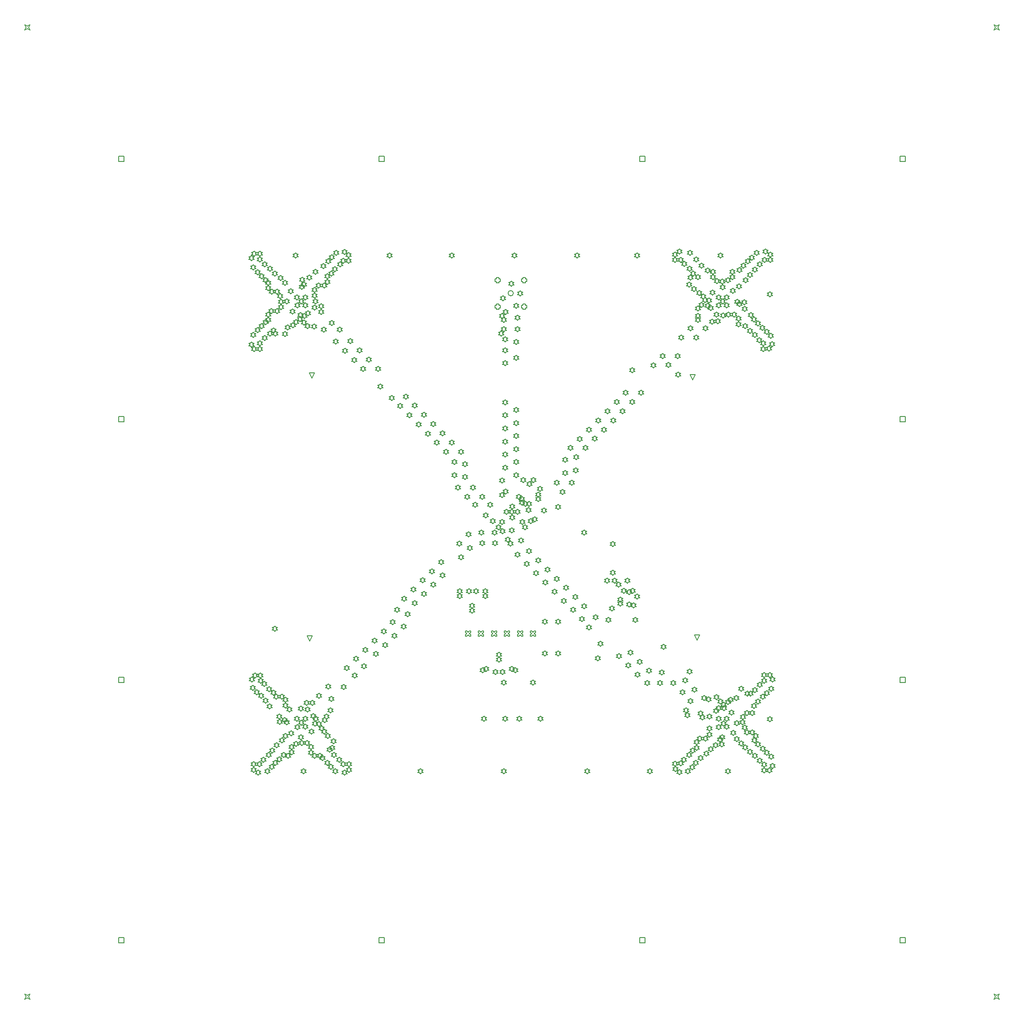
<source format=gbr>
G04*
G04 #@! TF.GenerationSoftware,Altium Limited,Altium Designer,25.0.2 (28)*
G04*
G04 Layer_Color=2752767*
%FSLAX24Y24*%
%MOIN*%
G70*
G04*
G04 #@! TF.SameCoordinates,4B7BC283-7035-4C9F-97D5-5998C8FB6373*
G04*
G04*
G04 #@! TF.FilePolarity,Positive*
G04*
G01*
G75*
%ADD13C,0.0050*%
%ADD113C,0.0067*%
D13*
X40753Y29969D02*
X40853D01*
X40953Y30069D01*
X41053Y29969D01*
X41153D01*
Y30069D01*
X41053Y30169D01*
X41153Y30269D01*
Y30369D01*
X41053D01*
X40953Y30269D01*
X40853Y30369D01*
X40753D01*
Y30269D01*
X40853Y30169D01*
X40753Y30069D01*
Y29969D01*
X38784D02*
X38884D01*
X38984Y30069D01*
X39084Y29969D01*
X39184D01*
Y30069D01*
X39084Y30169D01*
X39184Y30269D01*
Y30369D01*
X39084D01*
X38984Y30269D01*
X38884Y30369D01*
X38784D01*
Y30269D01*
X38884Y30169D01*
X38784Y30069D01*
Y29969D01*
X37800D02*
X37900D01*
X38000Y30069D01*
X38100Y29969D01*
X38200D01*
Y30069D01*
X38100Y30169D01*
X38200Y30269D01*
Y30369D01*
X38100D01*
X38000Y30269D01*
X37900Y30369D01*
X37800D01*
Y30269D01*
X37900Y30169D01*
X37800Y30069D01*
Y29969D01*
X36816D02*
X36916D01*
X37016Y30069D01*
X37116Y29969D01*
X37216D01*
Y30069D01*
X37116Y30169D01*
X37216Y30269D01*
Y30369D01*
X37116D01*
X37016Y30269D01*
X36916Y30369D01*
X36816D01*
Y30269D01*
X36916Y30169D01*
X36816Y30069D01*
Y29969D01*
X35831Y29969D02*
X35931D01*
X36031Y30069D01*
X36131Y29969D01*
X36231D01*
Y30069D01*
X36131Y30169D01*
X36231Y30269D01*
Y30369D01*
X36131D01*
X36031Y30269D01*
X35931Y30369D01*
X35831D01*
Y30269D01*
X35931Y30169D01*
X35831Y30069D01*
Y29969D01*
X39768Y29969D02*
X39868D01*
X39968Y30069D01*
X40068Y29969D01*
X40168D01*
Y30069D01*
X40068Y30169D01*
X40168Y30269D01*
Y30369D01*
X40068D01*
X39968Y30269D01*
X39868Y30369D01*
X39768D01*
Y30269D01*
X39868Y30169D01*
X39768Y30069D01*
Y29969D01*
X40160Y56786D02*
Y56686D01*
X40360D01*
Y56786D01*
X40460D01*
Y56986D01*
X40360D01*
Y57086D01*
X40160D01*
Y56986D01*
X40060D01*
Y56786D01*
X40160D01*
X38160D02*
Y56686D01*
X38360D01*
Y56786D01*
X38460D01*
Y56986D01*
X38360D01*
Y57086D01*
X38160D01*
Y56986D01*
X38060D01*
Y56786D01*
X38160D01*
Y54786D02*
Y54686D01*
X38360D01*
Y54786D01*
X38460D01*
Y54986D01*
X38360D01*
Y55086D01*
X38160D01*
Y54986D01*
X38060D01*
Y54786D01*
X38160D01*
X40160D02*
Y54686D01*
X40360D01*
Y54786D01*
X40460D01*
Y54986D01*
X40360D01*
Y55086D01*
X40160D01*
Y54986D01*
X40060D01*
Y54786D01*
X40160D01*
X2540Y2540D02*
X2640Y2740D01*
X2540Y2940D01*
X2740Y2840D01*
X2940Y2940D01*
X2840Y2740D01*
X2940Y2540D01*
X2740Y2640D01*
X2540Y2540D01*
X75768D02*
X75869Y2740D01*
X75768Y2940D01*
X75968Y2840D01*
X76168Y2940D01*
X76069Y2740D01*
X76168Y2540D01*
X75968Y2640D01*
X75768Y2540D01*
Y75769D02*
X75869Y75969D01*
X75768Y76169D01*
X75968Y76069D01*
X76168Y76169D01*
X76069Y75969D01*
X76168Y75769D01*
X75968Y75869D01*
X75768Y75769D01*
X2540D02*
X2640Y75969D01*
X2540Y76169D01*
X2740Y76069D01*
X2940Y76169D01*
X2840Y75969D01*
X2940Y75769D01*
X2740Y75869D01*
X2540Y75769D01*
X24087Y29595D02*
X23887Y29995D01*
X24287D01*
X24087Y29595D01*
X24228Y49457D02*
X24028Y49857D01*
X24428D01*
X24228Y49457D01*
X53354Y29668D02*
X53154Y30068D01*
X53554D01*
X53354Y29668D01*
X53008Y49347D02*
X52808Y49747D01*
X53208D01*
X53008Y49347D01*
X51913Y49532D02*
X52013Y49632D01*
X52113D01*
X52013Y49732D01*
X52113Y49832D01*
X52013D01*
X51913Y49932D01*
X51813Y49832D01*
X51713D01*
X51813Y49732D01*
X51713Y49632D01*
X51813D01*
X51913Y49532D01*
X38834Y23541D02*
X38934Y23641D01*
X39034D01*
X38934Y23741D01*
X39034Y23841D01*
X38934D01*
X38834Y23941D01*
X38734Y23841D01*
X38634D01*
X38734Y23741D01*
X38634Y23641D01*
X38734D01*
X38834Y23541D01*
X39894Y23546D02*
X39994Y23646D01*
X40094D01*
X39994Y23746D01*
X40094Y23846D01*
X39994D01*
X39894Y23946D01*
X39794Y23846D01*
X39694D01*
X39794Y23746D01*
X39694Y23646D01*
X39794D01*
X39894Y23546D01*
X41492Y23541D02*
X41592Y23641D01*
X41692D01*
X41592Y23741D01*
X41692Y23841D01*
X41592D01*
X41492Y23941D01*
X41392Y23841D01*
X41292D01*
X41392Y23741D01*
X41292Y23641D01*
X41392D01*
X41492Y23541D01*
X37236Y23546D02*
X37336Y23646D01*
X37436D01*
X37336Y23746D01*
X37436Y23846D01*
X37336D01*
X37236Y23946D01*
X37136Y23846D01*
X37036D01*
X37136Y23746D01*
X37036Y23646D01*
X37136D01*
X37236Y23546D01*
X48454Y47476D02*
X48554Y47576D01*
X48654D01*
X48554Y47676D01*
X48654Y47776D01*
X48554D01*
X48454Y47876D01*
X48354Y47776D01*
X48254D01*
X48354Y47676D01*
X48254Y47576D01*
X48354D01*
X48454Y47476D01*
X45854Y28122D02*
X45954Y28222D01*
X46054D01*
X45954Y28322D01*
X46054Y28422D01*
X45954D01*
X45854Y28522D01*
X45754Y28422D01*
X45654D01*
X45754Y28322D01*
X45654Y28222D01*
X45754D01*
X45854Y28122D01*
X35806Y41793D02*
X35906Y41893D01*
X36006D01*
X35906Y41993D01*
X36006Y42093D01*
X35906D01*
X35806Y42193D01*
X35706Y42093D01*
X35606D01*
X35706Y41993D01*
X35606Y41893D01*
X35706D01*
X35806Y41793D01*
X34804Y44409D02*
X34904Y44509D01*
X35004D01*
X34904Y44609D01*
X35004Y44709D01*
X34904D01*
X34804Y44809D01*
X34704Y44709D01*
X34604D01*
X34704Y44609D01*
X34604Y44509D01*
X34704D01*
X34804Y44409D01*
X32991Y45088D02*
X33091Y45188D01*
X33191D01*
X33091Y45288D01*
X33191Y45388D01*
X33091D01*
X32991Y45488D01*
X32891Y45388D01*
X32791D01*
X32891Y45288D01*
X32791Y45188D01*
X32891D01*
X32991Y45088D01*
X35279Y41003D02*
X35379Y41103D01*
X35479D01*
X35379Y41203D01*
X35479Y41303D01*
X35379D01*
X35279Y41403D01*
X35179Y41303D01*
X35079D01*
X35179Y41203D01*
X35079Y41103D01*
X35179D01*
X35279Y41003D01*
X32020Y47192D02*
X32120Y47292D01*
X32220D01*
X32120Y47392D01*
X32220Y47492D01*
X32120D01*
X32020Y47592D01*
X31920Y47492D01*
X31820D01*
X31920Y47392D01*
X31820Y47292D01*
X31920D01*
X32020Y47192D01*
X27844Y51368D02*
X27944Y51468D01*
X28044D01*
X27944Y51568D01*
X28044Y51668D01*
X27944D01*
X27844Y51768D01*
X27744Y51668D01*
X27644D01*
X27744Y51568D01*
X27644Y51468D01*
X27744D01*
X27844Y51368D01*
X36404Y41011D02*
X36504Y41111D01*
X36604D01*
X36504Y41211D01*
X36604Y41311D01*
X36504D01*
X36404Y41411D01*
X36304Y41311D01*
X36204D01*
X36304Y41211D01*
X36204Y41111D01*
X36304D01*
X36404Y41011D01*
X35005Y42933D02*
X35105Y43033D01*
X35205D01*
X35105Y43133D01*
X35205Y43233D01*
X35105D01*
X35005Y43333D01*
X34905Y43233D01*
X34805D01*
X34905Y43133D01*
X34805Y43033D01*
X34905D01*
X35005Y42933D01*
X29416Y48638D02*
X29516Y48738D01*
X29616D01*
X29516Y48838D01*
X29616Y48938D01*
X29516D01*
X29416Y49038D01*
X29316Y48938D01*
X29216D01*
X29316Y48838D01*
X29216Y48738D01*
X29316D01*
X29416Y48638D01*
X30283Y47782D02*
X30383Y47882D01*
X30483D01*
X30383Y47982D01*
X30483Y48082D01*
X30383D01*
X30283Y48182D01*
X30183Y48082D01*
X30083D01*
X30183Y47982D01*
X30083Y47882D01*
X30183D01*
X30283Y47782D01*
X28119Y49959D02*
X28219Y50059D01*
X28319D01*
X28219Y50159D01*
X28319Y50259D01*
X28219D01*
X28119Y50359D01*
X28019Y50259D01*
X27919D01*
X28019Y50159D01*
X27919Y50059D01*
X28019D01*
X28119Y49959D01*
X34383Y43696D02*
X34483Y43796D01*
X34583D01*
X34483Y43896D01*
X34583Y43996D01*
X34483D01*
X34383Y44096D01*
X34283Y43996D01*
X34183D01*
X34283Y43896D01*
X34183Y43796D01*
X34283D01*
X34383Y43696D01*
X37715Y39721D02*
X37815Y39821D01*
X37915D01*
X37815Y39921D01*
X37915Y40021D01*
X37815D01*
X37715Y40121D01*
X37615Y40021D01*
X37515D01*
X37615Y39921D01*
X37515Y39821D01*
X37615D01*
X37715Y39721D01*
X34108Y45105D02*
X34208Y45205D01*
X34308D01*
X34208Y45305D01*
X34308Y45405D01*
X34208D01*
X34108Y45505D01*
X34008Y45405D01*
X33908D01*
X34008Y45305D01*
X33908Y45205D01*
X34008D01*
X34108Y45105D01*
X32716Y46497D02*
X32816Y46597D01*
X32916D01*
X32816Y46697D01*
X32916Y46797D01*
X32816D01*
X32716Y46897D01*
X32616Y46797D01*
X32516D01*
X32616Y46697D01*
X32516Y46597D01*
X32616D01*
X32716Y46497D01*
X35975Y40307D02*
X36075Y40407D01*
X36175D01*
X36075Y40507D01*
X36175Y40607D01*
X36075D01*
X35975Y40707D01*
X35875Y40607D01*
X35775D01*
X35875Y40507D01*
X35775Y40407D01*
X35875D01*
X35975Y40307D01*
X27423Y50655D02*
X27523Y50755D01*
X27623D01*
X27523Y50855D01*
X27623Y50955D01*
X27523D01*
X27423Y51055D01*
X27323Y50955D01*
X27223D01*
X27323Y50855D01*
X27223Y50755D01*
X27323D01*
X27423Y50655D01*
X32295Y45784D02*
X32395Y45884D01*
X32495D01*
X32395Y45984D01*
X32495Y46084D01*
X32395D01*
X32295Y46184D01*
X32195Y46084D01*
X32095D01*
X32195Y45984D01*
X32095Y45884D01*
X32195D01*
X32295Y45784D01*
X36559Y39693D02*
X36659Y39793D01*
X36759D01*
X36659Y39893D01*
X36759Y39993D01*
X36659D01*
X36559Y40093D01*
X36459Y39993D01*
X36359D01*
X36459Y39893D01*
X36359Y39793D01*
X36459D01*
X36559Y39693D01*
X25756Y53456D02*
X25856Y53556D01*
X25956D01*
X25856Y53656D01*
X25956Y53756D01*
X25856D01*
X25756Y53856D01*
X25656Y53756D01*
X25556D01*
X25656Y53656D01*
X25556Y53556D01*
X25656D01*
X25756Y53456D01*
X35005Y41948D02*
X35105Y42048D01*
X35205D01*
X35105Y42148D01*
X35205Y42248D01*
X35105D01*
X35005Y42348D01*
X34905Y42248D01*
X34805D01*
X34905Y42148D01*
X34805Y42048D01*
X34905D01*
X35005Y41948D01*
X26031Y52047D02*
X26131Y52147D01*
X26231D01*
X26131Y52247D01*
X26231Y52347D01*
X26131D01*
X26031Y52447D01*
X25931Y52347D01*
X25831D01*
X25931Y52247D01*
X25831Y52147D01*
X25931D01*
X26031Y52047D01*
X35500Y43713D02*
X35600Y43813D01*
X35700D01*
X35600Y43913D01*
X35700Y44013D01*
X35600D01*
X35500Y44113D01*
X35400Y44013D01*
X35300D01*
X35400Y43913D01*
X35300Y43813D01*
X35400D01*
X35500Y43713D01*
X33412Y45801D02*
X33512Y45901D01*
X33612D01*
X33512Y46001D01*
X33612Y46101D01*
X33512D01*
X33412Y46201D01*
X33312Y46101D01*
X33212D01*
X33312Y46001D01*
X33212Y45901D01*
X33312D01*
X33412Y45801D01*
X29236Y49976D02*
X29336Y50076D01*
X29436D01*
X29336Y50176D01*
X29436Y50276D01*
X29336D01*
X29236Y50376D01*
X29136Y50276D01*
X29036D01*
X29136Y50176D01*
X29036Y50076D01*
X29136D01*
X29236Y49976D01*
X28540Y50672D02*
X28640Y50772D01*
X28740D01*
X28640Y50872D01*
X28740Y50972D01*
X28640D01*
X28540Y51072D01*
X28440Y50972D01*
X28340D01*
X28440Y50872D01*
X28340Y50772D01*
X28440D01*
X28540Y50672D01*
X27148Y52064D02*
X27248Y52164D01*
X27348D01*
X27248Y52264D01*
X27348Y52364D01*
X27248D01*
X27148Y52464D01*
X27048Y52364D01*
X26948D01*
X27048Y52264D01*
X26948Y52164D01*
X27048D01*
X27148Y52064D01*
X33687Y44392D02*
X33787Y44492D01*
X33887D01*
X33787Y44592D01*
X33887Y44692D01*
X33787D01*
X33687Y44792D01*
X33587Y44692D01*
X33487D01*
X33587Y44592D01*
X33487Y44492D01*
X33587D01*
X33687Y44392D01*
X31599Y46480D02*
X31699Y46580D01*
X31799D01*
X31699Y46680D01*
X31799Y46780D01*
X31699D01*
X31599Y46880D01*
X31499Y46780D01*
X31399D01*
X31499Y46680D01*
X31399Y46580D01*
X31499D01*
X31599Y46480D01*
X35806Y42777D02*
X35906Y42877D01*
X36006D01*
X35906Y42977D01*
X36006Y43077D01*
X35906D01*
X35806Y43177D01*
X35706Y43077D01*
X35606D01*
X35706Y42977D01*
X35606Y42877D01*
X35706D01*
X35806Y42777D01*
X26727Y51351D02*
X26827Y51451D01*
X26927D01*
X26827Y51551D01*
X26927Y51651D01*
X26827D01*
X26727Y51751D01*
X26627Y51651D01*
X26527D01*
X26627Y51551D01*
X26527Y51451D01*
X26627D01*
X26727Y51351D01*
X31324Y47888D02*
X31424Y47988D01*
X31524D01*
X31424Y48088D01*
X31524Y48188D01*
X31424D01*
X31324Y48288D01*
X31224Y48188D01*
X31124D01*
X31224Y48088D01*
X31124Y47988D01*
X31224D01*
X31324Y47888D01*
X37367Y38915D02*
X37467Y39015D01*
X37567D01*
X37467Y39115D01*
X37567Y39215D01*
X37467D01*
X37367Y39315D01*
X37267Y39215D01*
X37167D01*
X37267Y39115D01*
X37167Y39015D01*
X37267D01*
X37367Y38915D01*
X30903Y47176D02*
X31003Y47276D01*
X31103D01*
X31003Y47376D01*
X31103Y47476D01*
X31003D01*
X30903Y47576D01*
X30803Y47476D01*
X30703D01*
X30803Y47376D01*
X30703Y47276D01*
X30803D01*
X30903Y47176D01*
X37100Y40315D02*
X37200Y40415D01*
X37300D01*
X37200Y40515D01*
X37300Y40615D01*
X37200D01*
X37100Y40715D01*
X37000Y40615D01*
X36900D01*
X37000Y40515D01*
X36900Y40415D01*
X37000D01*
X37100Y40315D01*
X24210Y22584D02*
X24310Y22684D01*
X24410D01*
X24310Y22784D01*
X24410Y22884D01*
X24310D01*
X24210Y22984D01*
X24110Y22884D01*
X24010D01*
X24110Y22784D01*
X24010Y22684D01*
X24110D01*
X24210Y22584D01*
X24972Y22807D02*
X25072Y22907D01*
X25172D01*
X25072Y23007D01*
X25172Y23107D01*
X25072D01*
X24972Y23207D01*
X24872Y23107D01*
X24772D01*
X24872Y23007D01*
X24772Y22907D01*
X24872D01*
X24972Y22807D01*
X22807Y53279D02*
X22907Y53379D01*
X23007D01*
X22907Y53479D01*
X23007Y53579D01*
X22907D01*
X22807Y53679D01*
X22707Y53579D01*
X22607D01*
X22707Y53479D01*
X22607Y53379D01*
X22707D01*
X22807Y53279D01*
X58823Y26829D02*
X58923Y26929D01*
X59023D01*
X58923Y27029D01*
X59023Y27129D01*
X58923D01*
X58823Y27229D01*
X58723Y27129D01*
X58623D01*
X58723Y27029D01*
X58623Y26929D01*
X58723D01*
X58823Y26829D01*
X58397Y26829D02*
X58497Y26929D01*
X58597D01*
X58497Y27029D01*
X58597Y27129D01*
X58497D01*
X58397Y27229D01*
X58297Y27129D01*
X58197D01*
X58297Y27029D01*
X58197Y26929D01*
X58297D01*
X58397Y26829D01*
X58397Y26403D02*
X58497Y26503D01*
X58597D01*
X58497Y26603D01*
X58597Y26703D01*
X58497D01*
X58397Y26803D01*
X58297Y26703D01*
X58197D01*
X58297Y26603D01*
X58197Y26503D01*
X58297D01*
X58397Y26403D01*
X59045Y26494D02*
X59145Y26594D01*
X59245D01*
X59145Y26694D01*
X59245Y26794D01*
X59145D01*
X59045Y26894D01*
X58945Y26794D01*
X58845D01*
X58945Y26694D01*
X58845Y26594D01*
X58945D01*
X59045Y26494D01*
X47413Y33673D02*
X47513Y33773D01*
X47613D01*
X47513Y33873D01*
X47613Y33973D01*
X47513D01*
X47413Y34073D01*
X47313Y33973D01*
X47213D01*
X47313Y33873D01*
X47213Y33773D01*
X47313D01*
X47413Y33673D01*
X42846Y39539D02*
X42946Y39639D01*
X43046D01*
X42946Y39739D01*
X43046Y39839D01*
X42946D01*
X42846Y39939D01*
X42746Y39839D01*
X42646D01*
X42746Y39739D01*
X42646Y39639D01*
X42746D01*
X42846Y39539D01*
X44815Y37610D02*
X44915Y37710D01*
X45015D01*
X44915Y37810D01*
X45015Y37910D01*
X44915D01*
X44815Y38010D01*
X44715Y37910D01*
X44615D01*
X44715Y37810D01*
X44615Y37710D01*
X44715D01*
X44815Y37610D01*
X46980Y36744D02*
X47080Y36844D01*
X47180D01*
X47080Y36944D01*
X47180Y37044D01*
X47080D01*
X46980Y37144D01*
X46880Y37044D01*
X46780D01*
X46880Y36944D01*
X46780Y36844D01*
X46880D01*
X46980Y36744D01*
X46547Y33988D02*
X46647Y34088D01*
X46747D01*
X46647Y34188D01*
X46747Y34288D01*
X46647D01*
X46547Y34388D01*
X46447Y34288D01*
X46347D01*
X46447Y34188D01*
X46347Y34088D01*
X46447D01*
X46547Y33988D01*
X46980Y34579D02*
X47080Y34679D01*
X47180D01*
X47080Y34779D01*
X47180Y34879D01*
X47080D01*
X46980Y34979D01*
X46880Y34879D01*
X46780D01*
X46880Y34779D01*
X46780Y34679D01*
X46880D01*
X46980Y34579D01*
X48083Y33988D02*
X48183Y34088D01*
X48283D01*
X48183Y34188D01*
X48283Y34288D01*
X48183D01*
X48083Y34388D01*
X47983Y34288D01*
X47883D01*
X47983Y34188D01*
X47883Y34088D01*
X47983D01*
X48083Y33988D01*
X47098D02*
X47198Y34088D01*
X47298D01*
X47198Y34188D01*
X47298Y34288D01*
X47198D01*
X47098Y34388D01*
X46998Y34288D01*
X46898D01*
X46998Y34188D01*
X46898Y34088D01*
X46998D01*
X47098Y33988D01*
X48555Y32098D02*
X48655Y32198D01*
X48755D01*
X48655Y32298D01*
X48755Y32398D01*
X48655D01*
X48555Y32498D01*
X48455Y32398D01*
X48355D01*
X48455Y32298D01*
X48355Y32198D01*
X48455D01*
X48555Y32098D01*
X46902Y31862D02*
X47002Y31962D01*
X47102D01*
X47002Y32062D01*
X47102Y32162D01*
X47002D01*
X46902Y32262D01*
X46802Y32162D01*
X46702D01*
X46802Y32062D01*
X46702Y31962D01*
X46802D01*
X46902Y31862D01*
X46626Y30996D02*
X46726Y31096D01*
X46826D01*
X46726Y31196D01*
X46826Y31296D01*
X46726D01*
X46626Y31396D01*
X46526Y31296D01*
X46426D01*
X46526Y31196D01*
X46426Y31096D01*
X46526D01*
X46626Y30996D01*
X47531Y32256D02*
X47632Y32356D01*
X47731D01*
X47632Y32456D01*
X47731Y32556D01*
X47632D01*
X47531Y32656D01*
X47432Y32556D01*
X47332D01*
X47432Y32456D01*
X47332Y32356D01*
X47432D01*
X47531Y32256D01*
Y32531D02*
X47632Y32631D01*
X47731D01*
X47632Y32731D01*
X47731Y32831D01*
X47632D01*
X47531Y32931D01*
X47432Y32831D01*
X47332D01*
X47432Y32731D01*
X47332Y32631D01*
X47432D01*
X47531Y32531D01*
X21437Y30351D02*
X21537Y30451D01*
X21637D01*
X21537Y30551D01*
X21637Y30651D01*
X21537D01*
X21437Y30751D01*
X21337Y30651D01*
X21237D01*
X21337Y30551D01*
X21237Y30451D01*
X21337D01*
X21437Y30351D01*
X68682Y26477D02*
Y26877D01*
X69082D01*
Y26477D01*
X68682D01*
Y46158D02*
Y46558D01*
X69082D01*
Y46158D01*
X68682D01*
X68682Y65847D02*
Y66247D01*
X69082D01*
Y65847D01*
X68682D01*
X48997D02*
Y66247D01*
X49397D01*
Y65847D01*
X48997D01*
X29312D02*
Y66247D01*
X29712D01*
Y65847D01*
X29312D01*
X9627Y65847D02*
Y66247D01*
X10027D01*
Y65847D01*
X9627D01*
X9627Y46162D02*
Y46562D01*
X10027D01*
Y46162D01*
X9627D01*
X68682Y6792D02*
Y7192D01*
X69082D01*
Y6792D01*
X68682D01*
X48997Y6792D02*
Y7192D01*
X49397D01*
Y6792D01*
X48997D01*
X29312Y6792D02*
Y7192D01*
X29712D01*
Y6792D01*
X29312D01*
X9627Y26477D02*
Y26877D01*
X10027D01*
Y26477D01*
X9627D01*
Y6792D02*
Y7192D01*
X10027D01*
Y6792D01*
X9627D01*
X27471Y26797D02*
X27571Y26897D01*
X27671D01*
X27571Y26997D01*
X27671Y27097D01*
X27571D01*
X27471Y27197D01*
X27371Y27097D01*
X27271D01*
X27371Y26997D01*
X27271Y26897D01*
X27371D01*
X27471Y26797D01*
X28160Y27493D02*
X28260Y27593D01*
X28360D01*
X28260Y27693D01*
X28360Y27793D01*
X28260D01*
X28160Y27893D01*
X28060Y27793D01*
X27960D01*
X28060Y27693D01*
X27960Y27593D01*
X28060D01*
X28160Y27493D01*
X26627Y25936D02*
X26727Y26036D01*
X26827D01*
X26727Y26136D01*
X26827Y26236D01*
X26727D01*
X26627Y26336D01*
X26527Y26236D01*
X26427D01*
X26527Y26136D01*
X26427Y26036D01*
X26527D01*
X26627Y25936D01*
X25708Y25027D02*
X25808Y25127D01*
X25908D01*
X25808Y25227D01*
X25908Y25327D01*
X25808D01*
X25708Y25427D01*
X25608Y25327D01*
X25508D01*
X25608Y25227D01*
X25508Y25127D01*
X25608D01*
X25708Y25027D01*
X54382Y21232D02*
X54482Y21332D01*
X54582D01*
X54482Y21432D01*
X54582Y21532D01*
X54482D01*
X54382Y21632D01*
X54282Y21532D01*
X54182D01*
X54282Y21432D01*
X54182Y21332D01*
X54282D01*
X54382Y21232D01*
X54028Y20917D02*
X54128Y21017D01*
X54228D01*
X54128Y21117D01*
X54228Y21217D01*
X54128D01*
X54028Y21317D01*
X53928Y21217D01*
X53828D01*
X53928Y21117D01*
X53828Y21017D01*
X53928D01*
X54028Y20917D01*
X53398Y56901D02*
X53498Y57001D01*
X53598D01*
X53498Y57101D01*
X53598Y57201D01*
X53498D01*
X53398Y57301D01*
X53298Y57201D01*
X53198D01*
X53298Y57101D01*
X53198Y57001D01*
X53298D01*
X53398Y56901D01*
X56547Y57453D02*
X56647Y57553D01*
X56747D01*
X56647Y57653D01*
X56747Y57753D01*
X56647D01*
X56547Y57853D01*
X56447Y57753D01*
X56347D01*
X56447Y57653D01*
X56347Y57553D01*
X56447D01*
X56547Y57453D01*
X56980Y53201D02*
X57080Y53301D01*
X57180D01*
X57080Y53401D01*
X57180Y53501D01*
X57080D01*
X56980Y53601D01*
X56880Y53501D01*
X56780D01*
X56880Y53401D01*
X56780Y53301D01*
X56880D01*
X56980Y53201D01*
X57650Y53712D02*
X57750Y53812D01*
X57850D01*
X57750Y53912D01*
X57850Y54012D01*
X57750D01*
X57650Y54112D01*
X57550Y54012D01*
X57450D01*
X57550Y53912D01*
X57450Y53812D01*
X57550D01*
X57650Y53712D01*
X51689Y20156D02*
X51789Y20256D01*
X51889D01*
X51789Y20356D01*
X51889Y20456D01*
X51789D01*
X51689Y20556D01*
X51589Y20456D01*
X51489D01*
X51589Y20356D01*
X51489Y20256D01*
X51589D01*
X51689Y20156D01*
X51690Y19730D02*
X51790Y19830D01*
X51890D01*
X51790Y19930D01*
X51890Y20030D01*
X51790D01*
X51690Y20130D01*
X51590Y20030D01*
X51490D01*
X51590Y19930D01*
X51490Y19830D01*
X51590D01*
X51690Y19730D01*
X52116Y20157D02*
X52216Y20257D01*
X52316D01*
X52216Y20357D01*
X52316Y20457D01*
X52216D01*
X52116Y20557D01*
X52016Y20457D01*
X51916D01*
X52016Y20357D01*
X51916Y20257D01*
X52016D01*
X52116Y20157D01*
X20315Y58237D02*
X20415Y58337D01*
X20515D01*
X20415Y58437D01*
X20515Y58537D01*
X20415D01*
X20315Y58637D01*
X20215Y58537D01*
X20115D01*
X20215Y58437D01*
X20115Y58337D01*
X20215D01*
X20315Y58237D01*
X19888Y58663D02*
X19988Y58763D01*
X20088D01*
X19988Y58863D01*
X20088Y58963D01*
X19988D01*
X19888Y59063D01*
X19788Y58963D01*
X19688D01*
X19788Y58863D01*
X19688Y58763D01*
X19788D01*
X19888Y58663D01*
X20314Y58663D02*
X20414Y58763D01*
X20514D01*
X20414Y58863D01*
X20514Y58963D01*
X20414D01*
X20314Y59063D01*
X20214Y58963D01*
X20114D01*
X20214Y58863D01*
X20114Y58763D01*
X20214D01*
X20314Y58663D01*
X19886Y51479D02*
X19986Y51579D01*
X20086D01*
X19986Y51679D01*
X20086Y51779D01*
X19986D01*
X19886Y51879D01*
X19786Y51779D01*
X19686D01*
X19786Y51679D01*
X19686Y51579D01*
X19786D01*
X19886Y51479D01*
X20311Y51906D02*
X20411Y52006D01*
X20511D01*
X20411Y52106D01*
X20511Y52206D01*
X20411D01*
X20311Y52306D01*
X20211Y52206D01*
X20111D01*
X20211Y52106D01*
X20111Y52006D01*
X20211D01*
X20311Y51906D01*
X20312Y51480D02*
X20412Y51580D01*
X20512D01*
X20412Y51680D01*
X20512Y51780D01*
X20412D01*
X20312Y51880D01*
X20212Y51780D01*
X20112D01*
X20212Y51680D01*
X20112Y51580D01*
X20212D01*
X20312Y51480D01*
X27019Y58152D02*
X27119Y58252D01*
X27219D01*
X27119Y58352D01*
X27219Y58452D01*
X27119D01*
X27019Y58552D01*
X26919Y58452D01*
X26819D01*
X26919Y58352D01*
X26819Y58252D01*
X26919D01*
X27019Y58152D01*
X26593Y58152D02*
X26693Y58252D01*
X26793D01*
X26693Y58352D01*
X26793Y58452D01*
X26693D01*
X26593Y58552D01*
X26493Y58452D01*
X26393D01*
X26493Y58352D01*
X26393Y58252D01*
X26493D01*
X26593Y58152D01*
X27019Y58579D02*
X27119Y58679D01*
X27219D01*
X27119Y58779D01*
X27219Y58879D01*
X27119D01*
X27019Y58979D01*
X26919Y58879D01*
X26819D01*
X26919Y58779D01*
X26819Y58679D01*
X26919D01*
X27019Y58579D01*
X20357Y26393D02*
X20457Y26493D01*
X20557D01*
X20457Y26593D01*
X20557Y26693D01*
X20457D01*
X20357Y26793D01*
X20257Y26693D01*
X20157D01*
X20257Y26593D01*
X20157Y26493D01*
X20257D01*
X20357Y26393D01*
X20356Y26819D02*
X20456Y26919D01*
X20556D01*
X20456Y27019D01*
X20556Y27119D01*
X20456D01*
X20356Y27219D01*
X20256Y27119D01*
X20156D01*
X20256Y27019D01*
X20156Y26919D01*
X20256D01*
X20356Y26819D01*
X19930Y26819D02*
X20030Y26919D01*
X20130D01*
X20030Y27019D01*
X20130Y27119D01*
X20030D01*
X19930Y27219D01*
X19830Y27119D01*
X19730D01*
X19830Y27019D01*
X19730Y26919D01*
X19830D01*
X19930Y26819D01*
X20265Y20122D02*
X20365Y20222D01*
X20465D01*
X20365Y20322D01*
X20465Y20422D01*
X20365D01*
X20265Y20522D01*
X20165Y20422D01*
X20065D01*
X20165Y20322D01*
X20065Y20222D01*
X20165D01*
X20265Y20122D01*
X19846Y19688D02*
X19946Y19788D01*
X20046D01*
X19946Y19888D01*
X20046Y19988D01*
X19946D01*
X19846Y20088D01*
X19746Y19988D01*
X19646D01*
X19746Y19888D01*
X19646Y19788D01*
X19746D01*
X19846Y19688D01*
X19839Y20121D02*
X19939Y20221D01*
X20039D01*
X19939Y20321D01*
X20039Y20421D01*
X19939D01*
X19839Y20521D01*
X19739Y20421D01*
X19639D01*
X19739Y20321D01*
X19639Y20221D01*
X19739D01*
X19839Y20121D01*
X27030Y19686D02*
X27129Y19786D01*
X27229D01*
X27129Y19886D01*
X27229Y19986D01*
X27129D01*
X27030Y20086D01*
X26930Y19986D01*
X26830D01*
X26930Y19886D01*
X26830Y19786D01*
X26930D01*
X27030Y19686D01*
X26603Y20111D02*
X26703Y20211D01*
X26803D01*
X26703Y20311D01*
X26803Y20411D01*
X26703D01*
X26603Y20511D01*
X26503Y20411D01*
X26403D01*
X26503Y20311D01*
X26403Y20211D01*
X26503D01*
X26603Y20111D01*
X27029Y20112D02*
X27129Y20212D01*
X27229D01*
X27129Y20312D01*
X27229Y20412D01*
X27129D01*
X27029Y20512D01*
X26929Y20412D01*
X26829D01*
X26929Y20312D01*
X26829Y20212D01*
X26929D01*
X27029Y20112D01*
X58394Y20072D02*
X58494Y20172D01*
X58594D01*
X58494Y20272D01*
X58594Y20372D01*
X58494D01*
X58394Y20472D01*
X58294Y20372D01*
X58194D01*
X58294Y20272D01*
X58194Y20172D01*
X58294D01*
X58394Y20072D01*
X58821Y19646D02*
X58921Y19746D01*
X59021D01*
X58921Y19846D01*
X59021Y19946D01*
X58921D01*
X58821Y20046D01*
X58721Y19946D01*
X58621D01*
X58721Y19846D01*
X58621Y19746D01*
X58721D01*
X58821Y19646D01*
X58394Y19646D02*
X58494Y19746D01*
X58594D01*
X58494Y19846D01*
X58594Y19946D01*
X58494D01*
X58394Y20046D01*
X58294Y19946D01*
X58194D01*
X58294Y19846D01*
X58194Y19746D01*
X58294D01*
X58394Y19646D01*
X58779Y51490D02*
X58879Y51590D01*
X58979D01*
X58879Y51690D01*
X58979Y51790D01*
X58879D01*
X58779Y51890D01*
X58679Y51790D01*
X58579D01*
X58679Y51690D01*
X58579Y51590D01*
X58679D01*
X58779Y51490D01*
X58352Y51916D02*
X58452Y52016D01*
X58552D01*
X58452Y52116D01*
X58552Y52216D01*
X58452D01*
X58352Y52316D01*
X58252Y52216D01*
X58152D01*
X58252Y52116D01*
X58152Y52016D01*
X58252D01*
X58352Y51916D01*
X58352Y51489D02*
X58452Y51589D01*
X58552D01*
X58452Y51689D01*
X58552Y51789D01*
X58452D01*
X58352Y51889D01*
X58252Y51789D01*
X58152D01*
X58252Y51689D01*
X58152Y51589D01*
X58252D01*
X58352Y51489D01*
X51672Y58616D02*
X51772Y58716D01*
X51872D01*
X51772Y58816D01*
X51872Y58916D01*
X51772D01*
X51672Y59016D01*
X51572Y58916D01*
X51472D01*
X51572Y58816D01*
X51472Y58716D01*
X51572D01*
X51672Y58616D01*
X52099Y58190D02*
X52199Y58290D01*
X52299D01*
X52199Y58390D01*
X52299Y58490D01*
X52199D01*
X52099Y58590D01*
X51999Y58490D01*
X51899D01*
X51999Y58390D01*
X51899Y58290D01*
X51999D01*
X52099Y58190D01*
X51673Y58190D02*
X51773Y58290D01*
X51873D01*
X51773Y58390D01*
X51873Y58490D01*
X51773D01*
X51673Y58590D01*
X51573Y58490D01*
X51473D01*
X51573Y58390D01*
X51473Y58290D01*
X51573D01*
X51673Y58190D01*
X58437Y58194D02*
X58537Y58294D01*
X58637D01*
X58537Y58394D01*
X58637Y58494D01*
X58537D01*
X58437Y58594D01*
X58337Y58494D01*
X58237D01*
X58337Y58394D01*
X58237Y58294D01*
X58337D01*
X58437Y58194D01*
X58863Y58621D02*
X58963Y58721D01*
X59063D01*
X58963Y58821D01*
X59063Y58921D01*
X58963D01*
X58863Y59021D01*
X58763Y58921D01*
X58663D01*
X58763Y58821D01*
X58663Y58721D01*
X58763D01*
X58863Y58621D01*
X58863Y58194D02*
X58963Y58294D01*
X59063D01*
X58963Y58394D01*
X59063Y58494D01*
X58963D01*
X58863Y58594D01*
X58763Y58494D01*
X58663D01*
X58763Y58394D01*
X58663Y58294D01*
X58763D01*
X58863Y58194D01*
X52021Y58852D02*
X52121Y58952D01*
X52221D01*
X52121Y59052D01*
X52221Y59152D01*
X52121D01*
X52021Y59252D01*
X51921Y59152D01*
X51821D01*
X51921Y59052D01*
X51821Y58952D01*
X51921D01*
X52021Y58852D01*
X26691Y58794D02*
X26791Y58894D01*
X26891D01*
X26791Y58994D01*
X26891Y59094D01*
X26791D01*
X26691Y59194D01*
X26591Y59094D01*
X26491D01*
X26591Y58994D01*
X26491Y58894D01*
X26591D01*
X26691Y58794D01*
X19663Y51814D02*
X19763Y51914D01*
X19863D01*
X19763Y52014D01*
X19863Y52114D01*
X19763D01*
X19663Y52214D01*
X19563Y52114D01*
X19463D01*
X19563Y52014D01*
X19463Y51914D01*
X19563D01*
X19663Y51814D01*
X19666Y58328D02*
X19766Y58428D01*
X19866D01*
X19766Y58528D01*
X19866Y58628D01*
X19766D01*
X19666Y58728D01*
X19566Y58628D01*
X19466D01*
X19566Y58528D01*
X19466Y58428D01*
X19566D01*
X19666Y58328D01*
X19715Y26491D02*
X19815Y26591D01*
X19915D01*
X19815Y26691D01*
X19915Y26791D01*
X19815D01*
X19715Y26891D01*
X19615Y26791D01*
X19515D01*
X19615Y26691D01*
X19515Y26591D01*
X19615D01*
X19715Y26491D01*
X20181Y19466D02*
X20281Y19566D01*
X20381D01*
X20281Y19666D01*
X20381Y19766D01*
X20281D01*
X20181Y19866D01*
X20081Y19766D01*
X19981D01*
X20081Y19666D01*
X19981Y19566D01*
X20081D01*
X20181Y19466D01*
X26695Y19463D02*
X26795Y19563D01*
X26895D01*
X26795Y19663D01*
X26895Y19763D01*
X26795D01*
X26695Y19863D01*
X26595Y19763D01*
X26495D01*
X26595Y19663D01*
X26495Y19563D01*
X26595D01*
X26695Y19463D01*
X52017Y19515D02*
X52117Y19615D01*
X52217D01*
X52117Y19715D01*
X52217Y19815D01*
X52117D01*
X52017Y19915D01*
X51917Y19815D01*
X51817D01*
X51917Y19715D01*
X51817Y19615D01*
X51917D01*
X52017Y19515D01*
X59042Y19981D02*
X59142Y20081D01*
X59242D01*
X59142Y20181D01*
X59242Y20281D01*
X59142D01*
X59042Y20381D01*
X58942Y20281D01*
X58842D01*
X58942Y20181D01*
X58842Y20081D01*
X58942D01*
X59042Y19981D01*
X59007Y51831D02*
X59107Y51931D01*
X59207D01*
X59107Y52031D01*
X59207Y52131D01*
X59107D01*
X59007Y52231D01*
X58907Y52131D01*
X58807D01*
X58907Y52031D01*
X58807Y51931D01*
X58907D01*
X59007Y51831D01*
X58521Y58849D02*
X58621Y58949D01*
X58721D01*
X58621Y59049D01*
X58721Y59149D01*
X58621D01*
X58521Y59249D01*
X58421Y59149D01*
X58321D01*
X58421Y59049D01*
X58321Y58949D01*
X58421D01*
X58521Y58849D01*
X54147Y57392D02*
X54247Y57492D01*
X54347D01*
X54247Y57592D01*
X54347Y57692D01*
X54247D01*
X54147Y57792D01*
X54047Y57692D01*
X53947D01*
X54047Y57592D01*
X53947Y57492D01*
X54047D01*
X54147Y57392D01*
X52807Y58731D02*
X52907Y58832D01*
X53007D01*
X52907Y58931D01*
X53007Y59032D01*
X52907D01*
X52807Y59131D01*
X52707Y59032D01*
X52607D01*
X52707Y58931D01*
X52607Y58832D01*
X52707D01*
X52807Y58731D01*
X39354Y39161D02*
X39454Y39261D01*
X39554D01*
X39454Y39361D01*
X39554Y39461D01*
X39454D01*
X39354Y39561D01*
X39254Y39461D01*
X39154D01*
X39254Y39361D01*
X39154Y39261D01*
X39254D01*
X39354Y39161D01*
X55327Y23182D02*
X55427Y23282D01*
X55527D01*
X55427Y23382D01*
X55527Y23482D01*
X55427D01*
X55327Y23582D01*
X55227Y23482D01*
X55127D01*
X55227Y23382D01*
X55127Y23282D01*
X55227D01*
X55327Y23182D01*
X39786Y39164D02*
X39886Y39264D01*
X39986D01*
X39886Y39364D01*
X39986Y39464D01*
X39886D01*
X39786Y39564D01*
X39686Y39464D01*
X39586D01*
X39686Y39364D01*
X39586Y39264D01*
X39686D01*
X39786Y39164D01*
X39349Y37768D02*
X39449Y37868D01*
X39549D01*
X39449Y37968D01*
X39549Y38068D01*
X39449D01*
X39349Y38168D01*
X39249Y38068D01*
X39149D01*
X39249Y37968D01*
X39149Y37868D01*
X39249D01*
X39349Y37768D01*
X40602Y39303D02*
X40702Y39403D01*
X40802D01*
X40702Y39503D01*
X40802Y39603D01*
X40702D01*
X40602Y39703D01*
X40502Y39603D01*
X40402D01*
X40502Y39503D01*
X40402Y39403D01*
X40502D01*
X40602Y39303D01*
X40130Y38398D02*
X40230Y38498D01*
X40330D01*
X40230Y38598D01*
X40330Y38698D01*
X40230D01*
X40130Y38798D01*
X40030Y38698D01*
X39930D01*
X40030Y38598D01*
X39930Y38498D01*
X40030D01*
X40130Y38398D01*
X38622Y38393D02*
X38722Y38493D01*
X38822D01*
X38722Y38593D01*
X38822Y38693D01*
X38722D01*
X38622Y38793D01*
X38522Y38693D01*
X38422D01*
X38522Y38593D01*
X38422Y38493D01*
X38522D01*
X38622Y38393D01*
X39357Y39588D02*
X39457Y39688D01*
X39557D01*
X39457Y39788D01*
X39557Y39888D01*
X39457D01*
X39357Y39988D01*
X39257Y39888D01*
X39157D01*
X39257Y39788D01*
X39157Y39688D01*
X39257D01*
X39357Y39588D01*
X25439Y22231D02*
X25539Y22331D01*
X25639D01*
X25539Y22431D01*
X25639Y22531D01*
X25539D01*
X25439Y22631D01*
X25339Y22531D01*
X25239D01*
X25339Y22431D01*
X25239Y22331D01*
X25339D01*
X25439Y22231D01*
X25563Y21193D02*
X25663Y21293D01*
X25763D01*
X25663Y21393D01*
X25763Y21493D01*
X25663D01*
X25563Y21593D01*
X25463Y21493D01*
X25363D01*
X25463Y21393D01*
X25363Y21293D01*
X25463D01*
X25563Y21193D01*
X21350Y52886D02*
X21450Y52986D01*
X21550D01*
X21450Y53086D01*
X21550Y53186D01*
X21450D01*
X21350Y53286D01*
X21250Y53186D01*
X21150D01*
X21250Y53086D01*
X21150Y52986D01*
X21250D01*
X21350Y52886D01*
X22413Y53122D02*
X22513Y53222D01*
X22613D01*
X22513Y53322D01*
X22613Y53422D01*
X22513D01*
X22413Y53522D01*
X22313Y53422D01*
X22213D01*
X22313Y53322D01*
X22213Y53222D01*
X22313D01*
X22413Y53122D01*
X38634Y27059D02*
X38734Y27159D01*
X38834D01*
X38734Y27259D01*
X38834Y27359D01*
X38734D01*
X38634Y27459D01*
X38534Y27359D01*
X38434D01*
X38534Y27259D01*
X38434Y27159D01*
X38534D01*
X38634Y27059D01*
X38122D02*
X38222Y27159D01*
X38322D01*
X38222Y27259D01*
X38322Y27359D01*
X38222D01*
X38122Y27459D01*
X38022Y27359D01*
X37922D01*
X38022Y27259D01*
X37922Y27159D01*
X38022D01*
X38122Y27059D01*
X36114Y33169D02*
X36214Y33269D01*
X36314D01*
X36214Y33369D01*
X36314Y33469D01*
X36214D01*
X36114Y33569D01*
X36014Y33469D01*
X35914D01*
X36014Y33369D01*
X35914Y33269D01*
X36014D01*
X36114Y33169D01*
X36626D02*
X36726Y33269D01*
X36826D01*
X36726Y33369D01*
X36826Y33469D01*
X36726D01*
X36626Y33569D01*
X36526Y33469D01*
X36426D01*
X36526Y33369D01*
X36426Y33269D01*
X36526D01*
X36626Y33169D01*
X24421Y53161D02*
X24521Y53261D01*
X24621D01*
X24521Y53361D01*
X24621Y53461D01*
X24521D01*
X24421Y53561D01*
X24321Y53461D01*
X24221D01*
X24321Y53361D01*
X24221Y53261D01*
X24321D01*
X24421Y53161D01*
X54193Y25012D02*
X54293Y25112D01*
X54393D01*
X54293Y25212D01*
X54393Y25312D01*
X54293D01*
X54193Y25412D01*
X54093Y25312D01*
X53993D01*
X54093Y25212D01*
X53993Y25112D01*
X54093D01*
X54193Y25012D01*
X57138Y25445D02*
X57238Y25545D01*
X57338D01*
X57238Y25645D01*
X57338Y25745D01*
X57238D01*
X57138Y25845D01*
X57038Y25745D01*
X56938D01*
X57038Y25645D01*
X56938Y25545D01*
X57038D01*
X57138Y25445D01*
X56311Y25090D02*
X56411Y25190D01*
X56511D01*
X56411Y25290D01*
X56511Y25390D01*
X56411D01*
X56311Y25490D01*
X56211Y25390D01*
X56111D01*
X56211Y25290D01*
X56111Y25190D01*
X56211D01*
X56311Y25090D01*
X53122Y55996D02*
X53222Y56096D01*
X53322D01*
X53222Y56196D01*
X53322Y56296D01*
X53222D01*
X53122Y56396D01*
X53022Y56296D01*
X52922D01*
X53022Y56196D01*
X52922Y56096D01*
X53022D01*
X53122Y55996D01*
X52846Y56862D02*
X52946Y56962D01*
X53046D01*
X52946Y57062D01*
X53046Y57162D01*
X52946D01*
X52846Y57262D01*
X52746Y57162D01*
X52646D01*
X52746Y57062D01*
X52646Y56962D01*
X52746D01*
X52846Y56862D01*
X53398Y53988D02*
X53498Y54088D01*
X53598D01*
X53498Y54188D01*
X53598Y54288D01*
X53498D01*
X53398Y54388D01*
X53298Y54288D01*
X53198D01*
X53298Y54188D01*
X53198Y54088D01*
X53298D01*
X53398Y53988D01*
Y54539D02*
X53498Y54639D01*
X53598D01*
X53498Y54739D01*
X53598Y54839D01*
X53498D01*
X53398Y54939D01*
X53298Y54839D01*
X53198D01*
X53298Y54739D01*
X53198Y54639D01*
X53298D01*
X53398Y54539D01*
X53673Y54815D02*
X53773Y54915D01*
X53873D01*
X53773Y55015D01*
X53873Y55115D01*
X53773D01*
X53673Y55215D01*
X53573Y55115D01*
X53473D01*
X53573Y55015D01*
X53473Y54915D01*
X53573D01*
X53673Y54815D01*
X53516Y55720D02*
X53616Y55820D01*
X53716D01*
X53616Y55920D01*
X53716Y56020D01*
X53616D01*
X53516Y56120D01*
X53416Y56020D01*
X53316D01*
X53416Y55920D01*
X53316Y55820D01*
X53416D01*
X53516Y55720D01*
X40957Y41586D02*
X41057Y41686D01*
X41157D01*
X41057Y41786D01*
X41157Y41886D01*
X41057D01*
X40957Y41986D01*
X40857Y41886D01*
X40757D01*
X40857Y41786D01*
X40757Y41686D01*
X40857D01*
X40957Y41586D01*
X40209D02*
X40309Y41686D01*
X40409D01*
X40309Y41786D01*
X40409Y41886D01*
X40309D01*
X40209Y41986D01*
X40109Y41886D01*
X40009D01*
X40109Y41786D01*
X40009Y41686D01*
X40109D01*
X40209Y41586D01*
X40661Y41272D02*
X40761Y41372D01*
X40861D01*
X40761Y41472D01*
X40861Y41572D01*
X40761D01*
X40661Y41672D01*
X40561Y41572D01*
X40461D01*
X40561Y41472D01*
X40461Y41372D01*
X40561D01*
X40661Y41272D01*
X23004Y58555D02*
X23104Y58655D01*
X23204D01*
X23104Y58755D01*
X23204Y58855D01*
X23104D01*
X23004Y58955D01*
X22904Y58855D01*
X22804D01*
X22904Y58755D01*
X22804Y58655D01*
X22904D01*
X23004Y58555D01*
X55091D02*
X55191Y58655D01*
X55291D01*
X55191Y58755D01*
X55291Y58855D01*
X55191D01*
X55091Y58955D01*
X54991Y58855D01*
X54891D01*
X54991Y58755D01*
X54891Y58655D01*
X54991D01*
X55091Y58555D01*
X58831Y55602D02*
X58931Y55702D01*
X59031D01*
X58931Y55802D01*
X59031Y55902D01*
X58931D01*
X58831Y56002D01*
X58731Y55902D01*
X58631D01*
X58731Y55802D01*
X58631Y55702D01*
X58731D01*
X58831Y55602D01*
Y23516D02*
X58931Y23616D01*
X59031D01*
X58931Y23716D01*
X59031Y23816D01*
X58931D01*
X58831Y23916D01*
X58731Y23816D01*
X58631D01*
X58731Y23716D01*
X58631Y23616D01*
X58731D01*
X58831Y23516D01*
X23594Y19579D02*
X23694Y19679D01*
X23794D01*
X23694Y19779D01*
X23794Y19879D01*
X23694D01*
X23594Y19979D01*
X23494Y19879D01*
X23394D01*
X23494Y19779D01*
X23394Y19679D01*
X23494D01*
X23594Y19579D01*
X55681D02*
X55781Y19679D01*
X55881D01*
X55781Y19779D01*
X55881Y19879D01*
X55781D01*
X55681Y19979D01*
X55581Y19879D01*
X55481D01*
X55581Y19779D01*
X55481Y19679D01*
X55581D01*
X55681Y19579D01*
X49776D02*
X49876Y19679D01*
X49976D01*
X49876Y19779D01*
X49976Y19879D01*
X49876D01*
X49776Y19979D01*
X49676Y19879D01*
X49576D01*
X49676Y19779D01*
X49576Y19679D01*
X49676D01*
X49776Y19579D01*
X45051D02*
X45151Y19679D01*
X45251D01*
X45151Y19779D01*
X45251Y19879D01*
X45151D01*
X45051Y19979D01*
X44951Y19879D01*
X44851D01*
X44951Y19779D01*
X44851Y19679D01*
X44951D01*
X45051Y19579D01*
X38752D02*
X38852Y19679D01*
X38952D01*
X38852Y19779D01*
X38952Y19879D01*
X38852D01*
X38752Y19979D01*
X38652Y19879D01*
X38552D01*
X38652Y19779D01*
X38552Y19679D01*
X38652D01*
X38752Y19579D01*
X32453D02*
X32553Y19679D01*
X32653D01*
X32553Y19779D01*
X32653Y19879D01*
X32553D01*
X32453Y19979D01*
X32353Y19879D01*
X32253D01*
X32353Y19779D01*
X32253Y19679D01*
X32353D01*
X32453Y19579D01*
X30091Y58555D02*
X30191Y58655D01*
X30291D01*
X30191Y58755D01*
X30291Y58855D01*
X30191D01*
X30091Y58955D01*
X29991Y58855D01*
X29891D01*
X29991Y58755D01*
X29891Y58655D01*
X29991D01*
X30091Y58555D01*
X34815D02*
X34915Y58655D01*
X35015D01*
X34915Y58755D01*
X35015Y58855D01*
X34915D01*
X34815Y58955D01*
X34715Y58855D01*
X34615D01*
X34715Y58755D01*
X34615Y58655D01*
X34715D01*
X34815Y58555D01*
X39539D02*
X39639Y58655D01*
X39739D01*
X39639Y58755D01*
X39739Y58855D01*
X39639D01*
X39539Y58955D01*
X39439Y58855D01*
X39339D01*
X39439Y58755D01*
X39339Y58655D01*
X39439D01*
X39539Y58555D01*
X44264D02*
X44364Y58655D01*
X44464D01*
X44364Y58755D01*
X44464Y58855D01*
X44364D01*
X44264Y58955D01*
X44164Y58855D01*
X44064D01*
X44164Y58755D01*
X44064Y58655D01*
X44164D01*
X44264Y58555D01*
X48791D02*
X48891Y58655D01*
X48991D01*
X48891Y58755D01*
X48991Y58855D01*
X48891D01*
X48791Y58955D01*
X48691Y58855D01*
X48591D01*
X48691Y58755D01*
X48591Y58655D01*
X48691D01*
X48791Y58555D01*
X52768Y27098D02*
X52868Y27198D01*
X52968D01*
X52868Y27298D01*
X52968Y27398D01*
X52868D01*
X52768Y27498D01*
X52668Y27398D01*
X52568D01*
X52668Y27298D01*
X52568Y27198D01*
X52668D01*
X52768Y27098D01*
X50799Y28988D02*
X50899Y29088D01*
X50999D01*
X50899Y29188D01*
X50999Y29288D01*
X50899D01*
X50799Y29388D01*
X50699Y29288D01*
X50599D01*
X50699Y29188D01*
X50599Y29088D01*
X50699D01*
X50799Y28988D01*
X56665Y25799D02*
X56765Y25899D01*
X56865D01*
X56765Y25999D01*
X56865Y26099D01*
X56765D01*
X56665Y26199D01*
X56565Y26099D01*
X56465D01*
X56565Y25999D01*
X56465Y25899D01*
X56565D01*
X56665Y25799D01*
X56941Y22886D02*
X57041Y22986D01*
X57141D01*
X57041Y23086D01*
X57141Y23186D01*
X57041D01*
X56941Y23286D01*
X56841Y23186D01*
X56741D01*
X56841Y23086D01*
X56741Y22986D01*
X56841D01*
X56941Y22886D01*
X54736Y21547D02*
X54836Y21647D01*
X54936D01*
X54836Y21747D01*
X54936Y21847D01*
X54836D01*
X54736Y21947D01*
X54636Y21847D01*
X54536D01*
X54636Y21747D01*
X54536Y21647D01*
X54636D01*
X54736Y21547D01*
X56665Y21665D02*
X56765Y21765D01*
X56865D01*
X56765Y21865D01*
X56865Y21965D01*
X56765D01*
X56665Y22065D01*
X56565Y21965D01*
X56465D01*
X56565Y21865D01*
X56465Y21765D01*
X56565D01*
X56665Y21665D01*
X56350Y22020D02*
X56450Y22120D01*
X56550D01*
X56450Y22220D01*
X56550Y22320D01*
X56450D01*
X56350Y22420D01*
X56250Y22320D01*
X56150D01*
X56250Y22220D01*
X56150Y22120D01*
X56250D01*
X56350Y22020D01*
X25878Y21823D02*
X25978Y21923D01*
X26078D01*
X25978Y22023D01*
X26078Y22123D01*
X25978D01*
X25878Y22223D01*
X25778Y22123D01*
X25678D01*
X25778Y22023D01*
X25678Y21923D01*
X25778D01*
X25878Y21823D01*
X21035Y24461D02*
X21135Y24561D01*
X21235D01*
X21135Y24661D01*
X21235Y24761D01*
X21135D01*
X21035Y24861D01*
X20935Y24761D01*
X20835D01*
X20935Y24661D01*
X20835Y24561D01*
X20935D01*
X21035Y24461D01*
X21783Y23712D02*
X21883Y23812D01*
X21983D01*
X21883Y23912D01*
X21983Y24012D01*
X21883D01*
X21783Y24112D01*
X21683Y24012D01*
X21583D01*
X21683Y23912D01*
X21583Y23812D01*
X21683D01*
X21783Y23712D01*
X22217Y52610D02*
X22317Y52710D01*
X22417D01*
X22317Y52810D01*
X22417Y52910D01*
X22317D01*
X22217Y53010D01*
X22117Y52910D01*
X22017D01*
X22117Y52810D01*
X22017Y52710D01*
X22117D01*
X22217Y52610D01*
X21823Y55484D02*
X21923Y55584D01*
X22023D01*
X21923Y55684D01*
X22023Y55784D01*
X21923D01*
X21823Y55884D01*
X21723Y55784D01*
X21623D01*
X21723Y55684D01*
X21623Y55584D01*
X21723D01*
X21823Y55484D01*
X22217Y56468D02*
X22317Y56568D01*
X22417D01*
X22317Y56668D01*
X22417Y56768D01*
X22317D01*
X22217Y56868D01*
X22117Y56768D01*
X22017D01*
X22117Y56668D01*
X22017Y56568D01*
X22117D01*
X22217Y56468D01*
X24028Y56862D02*
X24128Y56962D01*
X24228D01*
X24128Y57062D01*
X24228Y57162D01*
X24128D01*
X24028Y57262D01*
X23928Y57162D01*
X23828D01*
X23928Y57062D01*
X23828Y56962D01*
X23928D01*
X24028Y56862D01*
X24500Y57295D02*
X24600Y57395D01*
X24700D01*
X24600Y57495D01*
X24700Y57595D01*
X24600D01*
X24500Y57695D01*
X24400Y57595D01*
X24300D01*
X24400Y57495D01*
X24300Y57395D01*
X24400D01*
X24500Y57295D01*
X52728Y56350D02*
X52828Y56450D01*
X52928D01*
X52828Y56550D01*
X52928Y56650D01*
X52828D01*
X52728Y56750D01*
X52628Y56650D01*
X52528D01*
X52628Y56550D01*
X52528Y56450D01*
X52628D01*
X52728Y56350D01*
X57413Y54027D02*
X57513Y54127D01*
X57613D01*
X57513Y54227D01*
X57613Y54327D01*
X57513D01*
X57413Y54427D01*
X57313Y54327D01*
X57213D01*
X57313Y54227D01*
X57213Y54127D01*
X57313D01*
X57413Y54027D01*
X56941Y54500D02*
X57041Y54600D01*
X57141D01*
X57041Y54700D01*
X57141Y54800D01*
X57041D01*
X56941Y54900D01*
X56841Y54800D01*
X56741D01*
X56841Y54700D01*
X56741Y54600D01*
X56841D01*
X56941Y54500D01*
X55681Y56665D02*
X55781Y56765D01*
X55881D01*
X55781Y56865D01*
X55881Y56965D01*
X55781D01*
X55681Y57065D01*
X55581Y56965D01*
X55481D01*
X55581Y56865D01*
X55481Y56765D01*
X55581D01*
X55681Y56665D01*
X56508Y56193D02*
X56608Y56293D01*
X56708D01*
X56608Y56393D01*
X56708Y56493D01*
X56608D01*
X56508Y56593D01*
X56408Y56493D01*
X56308D01*
X56408Y56393D01*
X56308Y56293D01*
X56408D01*
X56508Y56193D01*
X53398Y53673D02*
X53498Y53773D01*
X53598D01*
X53498Y53873D01*
X53598Y53973D01*
X53498D01*
X53398Y54073D01*
X53298Y53973D01*
X53198D01*
X53298Y53873D01*
X53198Y53773D01*
X53298D01*
X53398Y53673D01*
X26350Y52925D02*
X26450Y53025D01*
X26550D01*
X26450Y53125D01*
X26550Y53225D01*
X26450D01*
X26350Y53325D01*
X26250Y53225D01*
X26150D01*
X26250Y53125D01*
X26150Y53025D01*
X26250D01*
X26350Y52925D01*
X25130D02*
X25230Y53025D01*
X25330D01*
X25230Y53125D01*
X25330Y53225D01*
X25230D01*
X25130Y53325D01*
X25030Y53225D01*
X24930D01*
X25030Y53125D01*
X24930Y53025D01*
X25030D01*
X25130Y52925D01*
X26372Y57868D02*
X26472Y57968D01*
X26572D01*
X26472Y58068D01*
X26572Y58168D01*
X26472D01*
X26372Y58268D01*
X26272Y58168D01*
X26172D01*
X26272Y58068D01*
X26172Y57968D01*
X26272D01*
X26372Y57868D01*
X25112Y57750D02*
X25212Y57850D01*
X25312D01*
X25212Y57950D01*
X25312Y58050D01*
X25212D01*
X25112Y58150D01*
X25012Y58050D01*
X24912D01*
X25012Y57950D01*
X24912Y57850D01*
X25012D01*
X25112Y57750D01*
X25742Y58420D02*
X25842Y58520D01*
X25942D01*
X25842Y58620D01*
X25942Y58720D01*
X25842D01*
X25742Y58820D01*
X25642Y58720D01*
X25542D01*
X25642Y58620D01*
X25542Y58520D01*
X25642D01*
X25742Y58420D01*
X25703Y57160D02*
X25803Y57260D01*
X25903D01*
X25803Y57360D01*
X25903Y57460D01*
X25803D01*
X25703Y57560D01*
X25603Y57460D01*
X25503D01*
X25603Y57360D01*
X25503Y57260D01*
X25603D01*
X25703Y57160D01*
X25466Y58105D02*
X25566Y58205D01*
X25666D01*
X25566Y58305D01*
X25666Y58405D01*
X25566D01*
X25466Y58505D01*
X25366Y58405D01*
X25266D01*
X25366Y58305D01*
X25266Y58205D01*
X25366D01*
X25466Y58105D01*
X25978Y57514D02*
X26078Y57614D01*
X26178D01*
X26078Y57714D01*
X26178Y57814D01*
X26078D01*
X25978Y57914D01*
X25878Y57814D01*
X25778D01*
X25878Y57714D01*
X25778Y57614D01*
X25878D01*
X25978Y57514D01*
X26057Y58735D02*
X26157Y58835D01*
X26257D01*
X26157Y58935D01*
X26257Y59035D01*
X26157D01*
X26057Y59135D01*
X25957Y59035D01*
X25857D01*
X25957Y58935D01*
X25857Y58835D01*
X25957D01*
X26057Y58735D01*
X21057Y52656D02*
X21157Y52756D01*
X21257D01*
X21157Y52856D01*
X21257Y52956D01*
X21157D01*
X21057Y53056D01*
X20957Y52956D01*
X20857D01*
X20957Y52856D01*
X20857Y52756D01*
X20957D01*
X21057Y52656D01*
X19797Y52538D02*
X19897Y52638D01*
X19997D01*
X19897Y52738D01*
X19997Y52838D01*
X19897D01*
X19797Y52938D01*
X19697Y52838D01*
X19597D01*
X19697Y52738D01*
X19597Y52638D01*
X19697D01*
X19797Y52538D01*
X20427Y53207D02*
X20527Y53307D01*
X20627D01*
X20527Y53407D01*
X20627Y53507D01*
X20527D01*
X20427Y53607D01*
X20327Y53507D01*
X20227D01*
X20327Y53407D01*
X20227Y53307D01*
X20327D01*
X20427Y53207D01*
X20151Y52892D02*
X20251Y52992D01*
X20351D01*
X20251Y53092D01*
X20351Y53192D01*
X20251D01*
X20151Y53292D01*
X20051Y53192D01*
X19951D01*
X20051Y53092D01*
X19951Y52992D01*
X20051D01*
X20151Y52892D01*
X20663Y52301D02*
X20763Y52401D01*
X20863D01*
X20763Y52501D01*
X20863Y52601D01*
X20763D01*
X20663Y52701D01*
X20563Y52601D01*
X20463D01*
X20563Y52501D01*
X20463Y52401D01*
X20563D01*
X20663Y52301D01*
X20742Y53522D02*
X20842Y53622D01*
X20942D01*
X20842Y53722D01*
X20942Y53822D01*
X20842D01*
X20742Y53922D01*
X20642Y53822D01*
X20542D01*
X20642Y53722D01*
X20542Y53622D01*
X20642D01*
X20742Y53522D01*
X21057Y57525D02*
X21157Y57625D01*
X21257D01*
X21157Y57725D01*
X21257Y57825D01*
X21157D01*
X21057Y57925D01*
X20957Y57825D01*
X20857D01*
X20957Y57725D01*
X20857Y57625D01*
X20957D01*
X21057Y57525D01*
X19797Y57643D02*
X19897Y57743D01*
X19997D01*
X19897Y57843D01*
X19997Y57943D01*
X19897D01*
X19797Y58043D01*
X19697Y57943D01*
X19597D01*
X19697Y57843D01*
X19597Y57743D01*
X19697D01*
X19797Y57643D01*
X20427Y56974D02*
X20527Y57074D01*
X20627D01*
X20527Y57174D01*
X20627Y57274D01*
X20527D01*
X20427Y57374D01*
X20327Y57274D01*
X20227D01*
X20327Y57174D01*
X20227Y57074D01*
X20327D01*
X20427Y56974D01*
X21862Y56823D02*
X21962Y56923D01*
X22062D01*
X21962Y57023D01*
X22062Y57123D01*
X21962D01*
X21862Y57223D01*
X21762Y57123D01*
X21662D01*
X21762Y57023D01*
X21662Y56923D01*
X21762D01*
X21862Y56823D01*
X20151Y57289D02*
X20251Y57389D01*
X20351D01*
X20251Y57489D01*
X20351Y57589D01*
X20251D01*
X20151Y57689D01*
X20051Y57589D01*
X19951D01*
X20051Y57489D01*
X19951Y57389D01*
X20051D01*
X20151Y57289D01*
X20663Y57879D02*
X20763Y57979D01*
X20863D01*
X20763Y58079D01*
X20863Y58179D01*
X20763D01*
X20663Y58279D01*
X20563Y58179D01*
X20463D01*
X20563Y58079D01*
X20463Y57979D01*
X20563D01*
X20663Y57879D01*
X21429Y57177D02*
X21529Y57277D01*
X21629D01*
X21529Y57377D01*
X21629Y57477D01*
X21529D01*
X21429Y57577D01*
X21329Y57477D01*
X21229D01*
X21329Y57377D01*
X21229Y57277D01*
X21329D01*
X21429Y57177D01*
X20742Y56659D02*
X20842Y56759D01*
X20942D01*
X20842Y56859D01*
X20942Y56959D01*
X20842D01*
X20742Y57059D01*
X20642Y56959D01*
X20542D01*
X20642Y56859D01*
X20542Y56759D01*
X20642D01*
X20742Y56659D01*
X58050Y52156D02*
X58150Y52256D01*
X58250D01*
X58150Y52356D01*
X58250Y52456D01*
X58150D01*
X58050Y52556D01*
X57950Y52456D01*
X57850D01*
X57950Y52356D01*
X57850Y52256D01*
X57950D01*
X58050Y52156D01*
X57931Y53415D02*
X58031Y53515D01*
X58131D01*
X58031Y53615D01*
X58131Y53715D01*
X58031D01*
X57931Y53815D01*
X57831Y53715D01*
X57731D01*
X57831Y53615D01*
X57731Y53515D01*
X57831D01*
X57931Y53415D01*
X58601Y52785D02*
X58701Y52885D01*
X58801D01*
X58701Y52985D01*
X58801Y53085D01*
X58701D01*
X58601Y53185D01*
X58501Y53085D01*
X58401D01*
X58501Y52985D01*
X58401Y52885D01*
X58501D01*
X58601Y52785D01*
X57341Y52825D02*
X57441Y52925D01*
X57541D01*
X57441Y53025D01*
X57541Y53125D01*
X57441D01*
X57341Y53225D01*
X57241Y53125D01*
X57141D01*
X57241Y53025D01*
X57141Y52925D01*
X57241D01*
X57341Y52825D01*
X58286Y53061D02*
X58386Y53161D01*
X58486D01*
X58386Y53261D01*
X58486Y53361D01*
X58386D01*
X58286Y53461D01*
X58186Y53361D01*
X58086D01*
X58186Y53261D01*
X58086Y53161D01*
X58186D01*
X58286Y53061D01*
X57695Y52549D02*
X57795Y52649D01*
X57895D01*
X57795Y52749D01*
X57895Y52849D01*
X57795D01*
X57695Y52949D01*
X57595Y52849D01*
X57495D01*
X57595Y52749D01*
X57495Y52649D01*
X57595D01*
X57695Y52549D01*
X58916Y52471D02*
X59016Y52571D01*
X59116D01*
X59016Y52671D01*
X59116Y52771D01*
X59016D01*
X58916Y52871D01*
X58816Y52771D01*
X58716D01*
X58816Y52671D01*
X58716Y52571D01*
X58816D01*
X58916Y52471D01*
X52376Y57892D02*
X52476Y57992D01*
X52576D01*
X52476Y58092D01*
X52576Y58192D01*
X52476D01*
X52376Y58292D01*
X52276Y58192D01*
X52176D01*
X52276Y58092D01*
X52176Y57992D01*
X52276D01*
X52376Y57892D01*
X53674Y57772D02*
X53774Y57872D01*
X53874D01*
X53774Y57972D01*
X53874Y58072D01*
X53774D01*
X53674Y58172D01*
X53574Y58072D01*
X53474D01*
X53574Y57972D01*
X53474Y57872D01*
X53574D01*
X53674Y57772D01*
X53045Y57183D02*
X53145Y57283D01*
X53245D01*
X53145Y57383D01*
X53245Y57483D01*
X53145D01*
X53045Y57583D01*
X52945Y57483D01*
X52845D01*
X52945Y57383D01*
X52845Y57283D01*
X52945D01*
X53045Y57183D01*
X53271Y58241D02*
X53371Y58341D01*
X53471D01*
X53371Y58441D01*
X53471Y58541D01*
X53371D01*
X53271Y58641D01*
X53171Y58541D01*
X53071D01*
X53171Y58441D01*
X53071Y58341D01*
X53171D01*
X53271Y58241D01*
X52769Y57538D02*
X52869Y57638D01*
X52969D01*
X52869Y57738D01*
X52969Y57838D01*
X52869D01*
X52769Y57938D01*
X52669Y57838D01*
X52569D01*
X52669Y57738D01*
X52569Y57638D01*
X52669D01*
X52769Y57538D01*
X57722Y57471D02*
X57822Y57571D01*
X57922D01*
X57822Y57671D01*
X57922Y57771D01*
X57822D01*
X57722Y57871D01*
X57622Y57771D01*
X57522D01*
X57622Y57671D01*
X57522Y57571D01*
X57622D01*
X57722Y57471D01*
X57840Y58730D02*
X57940Y58830D01*
X58040D01*
X57940Y58930D01*
X58040Y59030D01*
X57940D01*
X57840Y59130D01*
X57740Y59030D01*
X57640D01*
X57740Y58930D01*
X57640Y58830D01*
X57740D01*
X57840Y58730D01*
X57171Y58100D02*
X57271Y58200D01*
X57371D01*
X57271Y58300D01*
X57371Y58400D01*
X57271D01*
X57171Y58500D01*
X57071Y58400D01*
X56971D01*
X57071Y58300D01*
X56971Y58200D01*
X57071D01*
X57171Y58100D01*
X57020Y56665D02*
X57120Y56765D01*
X57220D01*
X57120Y56865D01*
X57220Y56965D01*
X57120D01*
X57020Y57065D01*
X56920Y56965D01*
X56820D01*
X56920Y56865D01*
X56820Y56765D01*
X56920D01*
X57020Y56665D01*
X57486Y58376D02*
X57586Y58476D01*
X57686D01*
X57586Y58576D01*
X57686Y58676D01*
X57586D01*
X57486Y58776D01*
X57386Y58676D01*
X57286D01*
X57386Y58576D01*
X57286Y58476D01*
X57386D01*
X57486Y58376D01*
X58076Y57864D02*
X58176Y57964D01*
X58276D01*
X58176Y58064D01*
X58276Y58164D01*
X58176D01*
X58076Y58264D01*
X57976Y58164D01*
X57876D01*
X57976Y58064D01*
X57876Y57964D01*
X57976D01*
X58076Y57864D01*
X57335Y57059D02*
X57435Y57159D01*
X57535D01*
X57435Y57259D01*
X57535Y57359D01*
X57435D01*
X57335Y57459D01*
X57235Y57359D01*
X57135D01*
X57235Y57259D01*
X57135Y57159D01*
X57235D01*
X57335Y57059D01*
X56856Y57785D02*
X56956Y57885D01*
X57056D01*
X56956Y57985D01*
X57056Y58085D01*
X56956D01*
X56856Y58185D01*
X56756Y58085D01*
X56656D01*
X56756Y57985D01*
X56656Y57885D01*
X56756D01*
X56856Y57785D01*
X58069Y26110D02*
X58169Y26210D01*
X58269D01*
X58169Y26310D01*
X58269Y26410D01*
X58169D01*
X58069Y26510D01*
X57969Y26410D01*
X57869D01*
X57969Y26310D01*
X57869Y26210D01*
X57969D01*
X58069Y26110D01*
X57951Y24850D02*
X58051Y24950D01*
X58151D01*
X58051Y25050D01*
X58151Y25150D01*
X58051D01*
X57951Y25250D01*
X57851Y25150D01*
X57751D01*
X57851Y25050D01*
X57751Y24950D01*
X57851D01*
X57951Y24850D01*
X58620Y25480D02*
X58720Y25580D01*
X58820D01*
X58720Y25680D01*
X58820Y25780D01*
X58720D01*
X58620Y25880D01*
X58520Y25780D01*
X58420D01*
X58520Y25680D01*
X58420Y25580D01*
X58520D01*
X58620Y25480D01*
X57360Y25441D02*
X57460Y25541D01*
X57560D01*
X57460Y25641D01*
X57560Y25741D01*
X57460D01*
X57360Y25841D01*
X57260Y25741D01*
X57160D01*
X57260Y25641D01*
X57160Y25541D01*
X57260D01*
X57360Y25441D01*
X58305Y25204D02*
X58405Y25304D01*
X58505D01*
X58405Y25404D01*
X58505Y25504D01*
X58405D01*
X58305Y25604D01*
X58205Y25504D01*
X58105D01*
X58205Y25404D01*
X58105Y25304D01*
X58205D01*
X58305Y25204D01*
X57715Y25716D02*
X57815Y25816D01*
X57915D01*
X57815Y25916D01*
X57915Y26016D01*
X57815D01*
X57715Y26116D01*
X57615Y26016D01*
X57515D01*
X57615Y25916D01*
X57515Y25816D01*
X57615D01*
X57715Y25716D01*
X58935Y25795D02*
X59035Y25895D01*
X59135D01*
X59035Y25995D01*
X59135Y26095D01*
X59035D01*
X58935Y26195D01*
X58835Y26095D01*
X58735D01*
X58835Y25995D01*
X58735Y25895D01*
X58835D01*
X58935Y25795D01*
X58059Y20358D02*
X58159Y20458D01*
X58259D01*
X58159Y20558D01*
X58259Y20658D01*
X58159D01*
X58059Y20758D01*
X57959Y20658D01*
X57859D01*
X57959Y20558D01*
X57859Y20458D01*
X57959D01*
X58059Y20358D01*
X57941Y21618D02*
X58041Y21718D01*
X58141D01*
X58041Y21818D01*
X58141Y21918D01*
X58041D01*
X57941Y22018D01*
X57841Y21918D01*
X57741D01*
X57841Y21818D01*
X57741Y21718D01*
X57841D01*
X57941Y21618D01*
X58610Y20988D02*
X58710Y21088D01*
X58810D01*
X58710Y21188D01*
X58810Y21288D01*
X58710D01*
X58610Y21388D01*
X58510Y21288D01*
X58410D01*
X58510Y21188D01*
X58410Y21088D01*
X58510D01*
X58610Y20988D01*
X57351Y21027D02*
X57450Y21127D01*
X57551D01*
X57450Y21227D01*
X57551Y21327D01*
X57450D01*
X57351Y21427D01*
X57250Y21327D01*
X57151D01*
X57250Y21227D01*
X57151Y21127D01*
X57250D01*
X57351Y21027D01*
X56957Y21382D02*
X57057Y21482D01*
X57157D01*
X57057Y21582D01*
X57157Y21682D01*
X57057D01*
X56957Y21782D01*
X56857Y21682D01*
X56757D01*
X56857Y21582D01*
X56757Y21482D01*
X56857D01*
X56957Y21382D01*
X58295Y21264D02*
X58395Y21364D01*
X58495D01*
X58395Y21464D01*
X58495Y21564D01*
X58395D01*
X58295Y21664D01*
X58195Y21564D01*
X58095D01*
X58195Y21464D01*
X58095Y21364D01*
X58195D01*
X58295Y21264D01*
X57705Y20752D02*
X57805Y20852D01*
X57905D01*
X57805Y20952D01*
X57905Y21052D01*
X57805D01*
X57705Y21152D01*
X57605Y21052D01*
X57505D01*
X57605Y20952D01*
X57505Y20852D01*
X57605D01*
X57705Y20752D01*
X58925Y20673D02*
X59025Y20773D01*
X59125D01*
X59025Y20873D01*
X59125Y20973D01*
X59025D01*
X58925Y21073D01*
X58825Y20973D01*
X58725D01*
X58825Y20873D01*
X58725Y20773D01*
X58825D01*
X58925Y20673D01*
X52335Y20438D02*
X52435Y20538D01*
X52535D01*
X52435Y20638D01*
X52535Y20738D01*
X52435D01*
X52335Y20838D01*
X52235Y20738D01*
X52135D01*
X52235Y20638D01*
X52135Y20538D01*
X52235D01*
X52335Y20438D01*
X53595Y20557D02*
X53695Y20657D01*
X53795D01*
X53695Y20757D01*
X53795Y20857D01*
X53695D01*
X53595Y20957D01*
X53495Y20857D01*
X53395D01*
X53495Y20757D01*
X53395Y20657D01*
X53495D01*
X53595Y20557D01*
X52965Y19887D02*
X53065Y19987D01*
X53165D01*
X53065Y20087D01*
X53165Y20187D01*
X53065D01*
X52965Y20287D01*
X52865Y20187D01*
X52765D01*
X52865Y20087D01*
X52765Y19987D01*
X52865D01*
X52965Y19887D01*
X53004Y21147D02*
X53104Y21247D01*
X53204D01*
X53104Y21347D01*
X53204Y21447D01*
X53104D01*
X53004Y21547D01*
X52904Y21447D01*
X52804D01*
X52904Y21347D01*
X52804Y21247D01*
X52904D01*
X53004Y21147D01*
X53240Y20202D02*
X53340Y20302D01*
X53440D01*
X53340Y20402D01*
X53440Y20502D01*
X53340D01*
X53240Y20602D01*
X53140Y20502D01*
X53040D01*
X53140Y20402D01*
X53040Y20302D01*
X53140D01*
X53240Y20202D01*
X52729Y20793D02*
X52829Y20893D01*
X52929D01*
X52829Y20993D01*
X52929Y21093D01*
X52829D01*
X52729Y21193D01*
X52629Y21093D01*
X52529D01*
X52629Y20993D01*
X52529Y20893D01*
X52629D01*
X52729Y20793D01*
X52650Y19572D02*
X52750Y19672D01*
X52850D01*
X52750Y19772D01*
X52850Y19872D01*
X52750D01*
X52650Y19972D01*
X52550Y19872D01*
X52450D01*
X52550Y19772D01*
X52450Y19672D01*
X52550D01*
X52650Y19572D01*
X20635Y26177D02*
X20735Y26277D01*
X20835D01*
X20735Y26377D01*
X20835Y26477D01*
X20735D01*
X20635Y26577D01*
X20535Y26477D01*
X20435D01*
X20535Y26377D01*
X20435Y26277D01*
X20535D01*
X20635Y26177D01*
X20754Y24917D02*
X20854Y25017D01*
X20954D01*
X20854Y25117D01*
X20954Y25217D01*
X20854D01*
X20754Y25317D01*
X20654Y25217D01*
X20554D01*
X20654Y25117D01*
X20554Y25017D01*
X20654D01*
X20754Y24917D01*
X20084Y25547D02*
X20184Y25647D01*
X20284D01*
X20184Y25747D01*
X20284Y25847D01*
X20184D01*
X20084Y25947D01*
X19984Y25847D01*
X19884D01*
X19984Y25747D01*
X19884Y25647D01*
X19984D01*
X20084Y25547D01*
X21344Y25507D02*
X21444Y25607D01*
X21544D01*
X21444Y25707D01*
X21544Y25807D01*
X21444D01*
X21344Y25907D01*
X21244Y25807D01*
X21144D01*
X21244Y25707D01*
X21144Y25607D01*
X21244D01*
X21344Y25507D01*
X20399Y25271D02*
X20499Y25371D01*
X20599D01*
X20499Y25471D01*
X20599Y25571D01*
X20499D01*
X20399Y25671D01*
X20299Y25571D01*
X20199D01*
X20299Y25471D01*
X20199Y25371D01*
X20299D01*
X20399Y25271D01*
X20990Y25783D02*
X21090Y25883D01*
X21190D01*
X21090Y25983D01*
X21190Y26083D01*
X21090D01*
X20990Y26183D01*
X20890Y26083D01*
X20790D01*
X20890Y25983D01*
X20790Y25883D01*
X20890D01*
X20990Y25783D01*
X19769Y25862D02*
X19869Y25962D01*
X19969D01*
X19869Y26062D01*
X19969Y26162D01*
X19869D01*
X19769Y26262D01*
X19669Y26162D01*
X19569D01*
X19669Y26062D01*
X19569Y25962D01*
X19669D01*
X19769Y25862D01*
X24852Y20736D02*
X24952Y20836D01*
X25052D01*
X24952Y20936D01*
X25052Y21036D01*
X24952D01*
X24852Y21136D01*
X24752Y21036D01*
X24652D01*
X24752Y20936D01*
X24652Y20836D01*
X24752D01*
X24852Y20736D01*
X26312Y20442D02*
X26412Y20542D01*
X26512D01*
X26412Y20642D01*
X26512Y20742D01*
X26412D01*
X26312Y20842D01*
X26212Y20742D01*
X26112D01*
X26212Y20642D01*
X26112Y20542D01*
X26212D01*
X26312Y20442D01*
X25052Y20560D02*
X25152Y20660D01*
X25252D01*
X25152Y20760D01*
X25252Y20860D01*
X25152D01*
X25052Y20960D01*
X24952Y20860D01*
X24852D01*
X24952Y20760D01*
X24852Y20660D01*
X24952D01*
X25052Y20560D01*
X25682Y19891D02*
X25782Y19991D01*
X25882D01*
X25782Y20091D01*
X25882Y20191D01*
X25782D01*
X25682Y20291D01*
X25582Y20191D01*
X25482D01*
X25582Y20091D01*
X25482Y19991D01*
X25582D01*
X25682Y19891D01*
X25407Y20206D02*
X25507Y20306D01*
X25607D01*
X25507Y20406D01*
X25607Y20506D01*
X25507D01*
X25407Y20606D01*
X25307Y20506D01*
X25207D01*
X25307Y20406D01*
X25207Y20306D01*
X25307D01*
X25407Y20206D01*
X25919Y20796D02*
X26019Y20896D01*
X26119D01*
X26019Y20996D01*
X26119Y21096D01*
X26019D01*
X25919Y21196D01*
X25819Y21096D01*
X25719D01*
X25819Y20996D01*
X25719Y20896D01*
X25819D01*
X25919Y20796D01*
X25997Y19576D02*
X26097Y19676D01*
X26197D01*
X26097Y19776D01*
X26197Y19876D01*
X26097D01*
X25997Y19976D01*
X25897Y19876D01*
X25797D01*
X25897Y19776D01*
X25797Y19676D01*
X25897D01*
X25997Y19576D01*
X20878Y19579D02*
X20978Y19679D01*
X21078D01*
X20978Y19779D01*
X21078Y19879D01*
X20978D01*
X20878Y19979D01*
X20778Y19879D01*
X20678D01*
X20778Y19779D01*
X20678Y19679D01*
X20778D01*
X20878Y19579D01*
X20957Y20799D02*
X21057Y20899D01*
X21157D01*
X21057Y20999D01*
X21157Y21099D01*
X21057D01*
X20957Y21199D01*
X20857Y21099D01*
X20757D01*
X20857Y20999D01*
X20757Y20899D01*
X20857D01*
X20957Y20799D01*
X21469Y20209D02*
X21569Y20309D01*
X21669D01*
X21569Y20409D01*
X21669Y20509D01*
X21569D01*
X21469Y20609D01*
X21369Y20509D01*
X21268D01*
X21369Y20409D01*
X21268Y20309D01*
X21369D01*
X21469Y20209D01*
X23043Y21626D02*
X23143Y21726D01*
X23243D01*
X23143Y21826D01*
X23243Y21926D01*
X23143D01*
X23043Y22026D01*
X22943Y21926D01*
X22843D01*
X22943Y21826D01*
X22843Y21726D01*
X22943D01*
X23043Y21626D01*
X22256Y22256D02*
X22356Y22356D01*
X22456D01*
X22356Y22456D01*
X22456Y22556D01*
X22356D01*
X22256Y22656D01*
X22156Y22556D01*
X22056D01*
X22156Y22456D01*
X22056Y22356D01*
X22156D01*
X22256Y22256D01*
X21980Y21901D02*
X22080Y22001D01*
X22180D01*
X22080Y22101D01*
X22180Y22201D01*
X22080D01*
X21980Y22301D01*
X21880Y22201D01*
X21780D01*
X21880Y22101D01*
X21780Y22001D01*
X21880D01*
X21980Y21901D01*
X21587Y21547D02*
X21687Y21647D01*
X21787D01*
X21687Y21747D01*
X21787Y21847D01*
X21687D01*
X21587Y21947D01*
X21487Y21847D01*
X21387D01*
X21487Y21747D01*
X21387Y21647D01*
X21487D01*
X21587Y21547D01*
X36350Y31712D02*
X36450Y31812D01*
X36550D01*
X36450Y31912D01*
X36550Y32012D01*
X36450D01*
X36350Y32112D01*
X36250Y32012D01*
X36150D01*
X36250Y31912D01*
X36150Y31812D01*
X36250D01*
X36350Y31712D01*
X37335Y32815D02*
X37435Y32915D01*
X37535D01*
X37435Y33015D01*
X37535Y33115D01*
X37435D01*
X37335Y33215D01*
X37235Y33115D01*
X37135D01*
X37235Y33015D01*
X37135Y32915D01*
X37235D01*
X37335Y32815D01*
X36350Y32067D02*
X36450Y32167D01*
X36550D01*
X36450Y32267D01*
X36550Y32367D01*
X36450D01*
X36350Y32467D01*
X36250Y32367D01*
X36150D01*
X36250Y32267D01*
X36150Y32167D01*
X36250D01*
X36350Y32067D01*
X35415Y33179D02*
X35515Y33279D01*
X35615D01*
X35515Y33379D01*
X35615Y33479D01*
X35515D01*
X35415Y33579D01*
X35315Y33479D01*
X35215D01*
X35315Y33379D01*
X35215Y33279D01*
X35315D01*
X35415Y33179D01*
X35406Y32815D02*
X35506Y32915D01*
X35606D01*
X35506Y33015D01*
X35606Y33115D01*
X35506D01*
X35406Y33215D01*
X35306Y33115D01*
X35206D01*
X35306Y33015D01*
X35206Y32915D01*
X35306D01*
X35406Y32815D01*
X37325Y33179D02*
X37425Y33279D01*
X37525D01*
X37425Y33379D01*
X37525Y33479D01*
X37425D01*
X37325Y33579D01*
X37225Y33479D01*
X37125D01*
X37225Y33379D01*
X37125Y33279D01*
X37225D01*
X37325Y33179D01*
X37413Y27295D02*
X37513Y27395D01*
X37613D01*
X37513Y27495D01*
X37613Y27595D01*
X37513D01*
X37413Y27695D01*
X37313Y27595D01*
X37213D01*
X37313Y27495D01*
X37213Y27395D01*
X37313D01*
X37413Y27295D01*
X37129Y27207D02*
X37229Y27307D01*
X37329D01*
X37229Y27407D01*
X37329Y27507D01*
X37229D01*
X37129Y27607D01*
X37029Y27507D01*
X36929D01*
X37029Y27407D01*
X36929Y27307D01*
X37029D01*
X37129Y27207D01*
X39343Y27295D02*
X39443Y27395D01*
X39543D01*
X39443Y27495D01*
X39543Y27595D01*
X39443D01*
X39343Y27695D01*
X39243Y27595D01*
X39143D01*
X39243Y27495D01*
X39143Y27395D01*
X39243D01*
X39343Y27295D01*
X38358Y28004D02*
X38458Y28104D01*
X38558D01*
X38458Y28204D01*
X38558Y28304D01*
X38458D01*
X38358Y28404D01*
X38258Y28304D01*
X38158D01*
X38258Y28204D01*
X38158Y28104D01*
X38258D01*
X38358Y28004D01*
X39618Y27216D02*
X39718Y27316D01*
X39818D01*
X39718Y27416D01*
X39818Y27516D01*
X39718D01*
X39618Y27616D01*
X39518Y27516D01*
X39418D01*
X39518Y27416D01*
X39418Y27316D01*
X39518D01*
X39618Y27216D01*
X38358Y28358D02*
X38458Y28458D01*
X38558D01*
X38458Y28558D01*
X38558Y28658D01*
X38458D01*
X38358Y28758D01*
X38258Y28658D01*
X38158D01*
X38258Y28558D01*
X38158Y28458D01*
X38258D01*
X38358Y28358D01*
X38870Y40720D02*
X38970Y40820D01*
X39070D01*
X38970Y40920D01*
X39070Y41020D01*
X38970D01*
X38870Y41120D01*
X38770Y41020D01*
X38670D01*
X38770Y40920D01*
X38670Y40820D01*
X38770D01*
X38870Y40720D01*
X38594Y40445D02*
X38694Y40545D01*
X38794D01*
X38694Y40645D01*
X38794Y40745D01*
X38694D01*
X38594Y40845D01*
X38494Y40745D01*
X38394D01*
X38494Y40645D01*
X38394Y40545D01*
X38494D01*
X38594Y40445D01*
Y41547D02*
X38694Y41647D01*
X38794D01*
X38694Y41747D01*
X38794Y41847D01*
X38694D01*
X38594Y41947D01*
X38494Y41847D01*
X38394D01*
X38494Y41747D01*
X38394Y41647D01*
X38494D01*
X38594Y41547D01*
X41469Y40917D02*
X41568Y41017D01*
X41669D01*
X41568Y41117D01*
X41669Y41217D01*
X41568D01*
X41469Y41317D01*
X41368Y41217D01*
X41269D01*
X41368Y41117D01*
X41269Y41017D01*
X41368D01*
X41469Y40917D01*
X41350Y40484D02*
X41450Y40584D01*
X41550D01*
X41450Y40684D01*
X41550Y40784D01*
X41450D01*
X41350Y40884D01*
X41250Y40784D01*
X41150D01*
X41250Y40684D01*
X41150Y40584D01*
X41250D01*
X41350Y40484D01*
X54499Y55724D02*
X54599Y55824D01*
X54699D01*
X54599Y55924D01*
X54699Y56024D01*
X54599D01*
X54499Y56124D01*
X54399Y56024D01*
X54299D01*
X54399Y55924D01*
X54299Y55824D01*
X54399D01*
X54499Y55724D01*
X38923Y39158D02*
X39023Y39258D01*
X39123D01*
X39023Y39358D01*
X39123Y39458D01*
X39023D01*
X38923Y39558D01*
X38823Y39458D01*
X38723D01*
X38823Y39358D01*
X38723Y39258D01*
X38823D01*
X38923Y39158D01*
X39357Y38729D02*
X39457Y38829D01*
X39557D01*
X39457Y38929D01*
X39557Y39029D01*
X39457D01*
X39357Y39129D01*
X39257Y39029D01*
X39157D01*
X39257Y38929D01*
X39157Y38829D01*
X39257D01*
X39357Y38729D01*
X23909Y53201D02*
X24009Y53301D01*
X24109D01*
X24009Y53401D01*
X24109Y53501D01*
X24009D01*
X23909Y53601D01*
X23809Y53501D01*
X23709D01*
X23809Y53401D01*
X23709Y53301D01*
X23809D01*
X23909Y53201D01*
X54815Y25169D02*
X54915Y25269D01*
X55015D01*
X54915Y25369D01*
X55015Y25469D01*
X54915D01*
X54815Y25569D01*
X54715Y25469D01*
X54615D01*
X54715Y25369D01*
X54615Y25269D01*
X54715D01*
X54815Y25169D01*
X25760Y21350D02*
X25860Y21450D01*
X25960D01*
X25860Y21550D01*
X25960Y21650D01*
X25860D01*
X25760Y21750D01*
X25660Y21650D01*
X25560D01*
X25660Y21550D01*
X25560Y21450D01*
X25660D01*
X25760Y21350D01*
X25209Y23437D02*
X25309Y23537D01*
X25409D01*
X25309Y23637D01*
X25409Y23737D01*
X25309D01*
X25209Y23837D01*
X25109Y23737D01*
X25009D01*
X25109Y23637D01*
X25009Y23537D01*
X25109D01*
X25209Y23437D01*
X25327Y23712D02*
X25427Y23812D01*
X25527D01*
X25427Y23912D01*
X25527Y24012D01*
X25427D01*
X25327Y24112D01*
X25227Y24012D01*
X25127D01*
X25227Y23912D01*
X25127Y23812D01*
X25227D01*
X25327Y23712D01*
X25642Y24185D02*
X25742Y24285D01*
X25842D01*
X25742Y24385D01*
X25842Y24485D01*
X25742D01*
X25642Y24585D01*
X25542Y24485D01*
X25442D01*
X25542Y24385D01*
X25442Y24285D01*
X25542D01*
X25642Y24185D01*
X55358Y24341D02*
X55458Y24441D01*
X55558D01*
X55458Y24541D01*
X55558Y24641D01*
X55458D01*
X55358Y24741D01*
X55258Y24641D01*
X55158D01*
X55258Y24541D01*
X55158Y24441D01*
X55258D01*
X55358Y24341D01*
X55327Y24618D02*
X55427Y24718D01*
X55527D01*
X55427Y24818D01*
X55527Y24918D01*
X55427D01*
X55327Y25018D01*
X55227Y24918D01*
X55127D01*
X55227Y24818D01*
X55127Y24718D01*
X55227D01*
X55327Y24618D01*
X55681Y24815D02*
X55781Y24915D01*
X55881D01*
X55781Y25015D01*
X55881Y25115D01*
X55781D01*
X55681Y25215D01*
X55581Y25115D01*
X55481D01*
X55581Y25015D01*
X55481Y24915D01*
X55581D01*
X55681Y24815D01*
X54972Y24342D02*
X55072Y24442D01*
X55172D01*
X55072Y24542D01*
X55172Y24642D01*
X55072D01*
X54972Y24742D01*
X54872Y24642D01*
X54772D01*
X54872Y24542D01*
X54772Y24442D01*
X54872D01*
X54972Y24342D01*
X52607Y23791D02*
X52707Y23891D01*
X52807D01*
X52707Y23991D01*
X52807Y24091D01*
X52707D01*
X52607Y24191D01*
X52507Y24091D01*
X52407D01*
X52507Y23991D01*
X52407Y23891D01*
X52507D01*
X52607Y23791D01*
X52492Y24188D02*
X52592Y24288D01*
X52692D01*
X52592Y24388D01*
X52692Y24488D01*
X52592D01*
X52492Y24588D01*
X52392Y24488D01*
X52292D01*
X52392Y24388D01*
X52292Y24288D01*
X52392D01*
X52492Y24188D01*
X38555Y52649D02*
X38655Y52749D01*
X38755D01*
X38655Y52849D01*
X38755Y52949D01*
X38655D01*
X38555Y53049D01*
X38455Y52949D01*
X38355D01*
X38455Y52849D01*
X38355Y52749D01*
X38455D01*
X38555Y52649D01*
X38831Y52216D02*
X38931Y52316D01*
X39031D01*
X38931Y52416D01*
X39031Y52516D01*
X38931D01*
X38831Y52616D01*
X38731Y52516D01*
X38631D01*
X38731Y52416D01*
X38631Y52316D01*
X38731D01*
X38831Y52216D01*
X39657Y52020D02*
X39757Y52120D01*
X39857D01*
X39757Y52220D01*
X39857Y52320D01*
X39757D01*
X39657Y52420D01*
X39557Y52320D01*
X39457D01*
X39557Y52220D01*
X39457Y52120D01*
X39557D01*
X39657Y52020D01*
X39776Y53831D02*
X39876Y53931D01*
X39976D01*
X39876Y54031D01*
X39976Y54131D01*
X39876D01*
X39776Y54231D01*
X39676Y54131D01*
X39576D01*
X39676Y54031D01*
X39576Y53931D01*
X39676D01*
X39776Y53831D01*
Y52964D02*
X39876Y53064D01*
X39976D01*
X39876Y53164D01*
X39976Y53264D01*
X39876D01*
X39776Y53364D01*
X39676Y53264D01*
X39576D01*
X39676Y53164D01*
X39576Y53064D01*
X39676D01*
X39776Y52964D01*
X38752D02*
X38852Y53064D01*
X38952D01*
X38852Y53164D01*
X38952Y53264D01*
X38852D01*
X38752Y53364D01*
X38652Y53264D01*
X38552D01*
X38652Y53164D01*
X38552Y53064D01*
X38652D01*
X38752Y52964D01*
Y53673D02*
X38852Y53773D01*
X38952D01*
X38852Y53873D01*
X38952Y53973D01*
X38852D01*
X38752Y54073D01*
X38652Y53973D01*
X38552D01*
X38652Y53873D01*
X38552Y53773D01*
X38652D01*
X38752Y53673D01*
X53791Y55445D02*
X53891Y55545D01*
X53991D01*
X53891Y55645D01*
X53991Y55745D01*
X53891D01*
X53791Y55845D01*
X53691Y55745D01*
X53591D01*
X53691Y55645D01*
X53591Y55545D01*
X53691D01*
X53791Y55445D01*
X24539Y23555D02*
X24639Y23655D01*
X24739D01*
X24639Y23755D01*
X24739Y23855D01*
X24639D01*
X24539Y23955D01*
X24439Y23855D01*
X24339D01*
X24439Y23755D01*
X24339Y23655D01*
X24439D01*
X24539Y23555D01*
X23673Y53988D02*
X23773Y54088D01*
X23873D01*
X23773Y54188D01*
X23873Y54288D01*
X23773D01*
X23673Y54388D01*
X23573Y54288D01*
X23473D01*
X23573Y54188D01*
X23473Y54088D01*
X23573D01*
X23673Y53988D01*
X54149Y54743D02*
X54249Y54843D01*
X54349D01*
X54249Y54943D01*
X54349Y55043D01*
X54249D01*
X54149Y55143D01*
X54049Y55043D01*
X53949D01*
X54049Y54943D01*
X53949Y54843D01*
X54049D01*
X54149Y54743D01*
X47805Y33201D02*
X47905Y33301D01*
X48005D01*
X47905Y33401D01*
X48005Y33501D01*
X47905D01*
X47805Y33601D01*
X47705Y33501D01*
X47605D01*
X47705Y33401D01*
X47605Y33301D01*
X47705D01*
X47805Y33201D01*
X48811Y32760D02*
X48911Y32860D01*
X49011D01*
X48911Y32960D01*
X49011Y33060D01*
X48911D01*
X48811Y33160D01*
X48711Y33060D01*
X48611D01*
X48711Y32960D01*
X48611Y32860D01*
X48711D01*
X48811Y32760D01*
X24931Y54269D02*
X25031Y54369D01*
X25131D01*
X25031Y54469D01*
X25131Y54569D01*
X25031D01*
X24931Y54669D01*
X24831Y54569D01*
X24731D01*
X24831Y54469D01*
X24731Y54369D01*
X24831D01*
X24931Y54269D01*
X21478Y52651D02*
X21578Y52751D01*
X21678D01*
X21578Y52851D01*
X21678Y52951D01*
X21578D01*
X21478Y53051D01*
X21378Y52951D01*
X21278D01*
X21378Y52851D01*
X21278Y52751D01*
X21378D01*
X21478Y52651D01*
X21232Y21153D02*
X21332Y21253D01*
X21432D01*
X21332Y21353D01*
X21432Y21453D01*
X21332D01*
X21232Y21553D01*
X21132Y21453D01*
X21032D01*
X21132Y21353D01*
X21032Y21253D01*
X21132D01*
X21232Y21153D01*
X21193Y19894D02*
X21293Y19994D01*
X21393D01*
X21293Y20094D01*
X21393Y20194D01*
X21293D01*
X21193Y20294D01*
X21093Y20194D01*
X20993D01*
X21093Y20094D01*
X20993Y19994D01*
X21093D01*
X21193Y19894D01*
X21783Y20484D02*
X21883Y20584D01*
X21983D01*
X21883Y20684D01*
X21983Y20784D01*
X21883D01*
X21783Y20884D01*
X21683Y20784D01*
X21583D01*
X21683Y20684D01*
X21583Y20584D01*
X21683D01*
X21783Y20484D01*
X20563Y20445D02*
X20663Y20545D01*
X20763D01*
X20663Y20645D01*
X20763Y20745D01*
X20663D01*
X20563Y20845D01*
X20463Y20745D01*
X20363D01*
X20463Y20645D01*
X20363Y20545D01*
X20463D01*
X20563Y20445D01*
X45668Y31211D02*
X45768Y31311D01*
X45868D01*
X45768Y31411D01*
X45868Y31511D01*
X45768D01*
X45668Y31611D01*
X45568Y31511D01*
X45468D01*
X45568Y31411D01*
X45468Y31311D01*
X45568D01*
X45668Y31211D01*
X48201Y32177D02*
X48301Y32277D01*
X48401D01*
X48301Y32377D01*
X48401Y32477D01*
X48301D01*
X48201Y32577D01*
X48101Y32477D01*
X48001D01*
X48101Y32377D01*
X48001Y32277D01*
X48101D01*
X48201Y32177D01*
X38037Y37617D02*
X38137Y37717D01*
X38237D01*
X38137Y37817D01*
X38237Y37917D01*
X38137D01*
X38037Y38017D01*
X37937Y37917D01*
X37837D01*
X37937Y37817D01*
X37837Y37717D01*
X37937D01*
X38037Y37617D01*
X37053D02*
X37153Y37717D01*
X37253D01*
X37153Y37817D01*
X37253Y37917D01*
X37153D01*
X37053Y38017D01*
X36953Y37917D01*
X36853D01*
X36953Y37817D01*
X36853Y37717D01*
X36953D01*
X37053Y37617D01*
X36079Y37472D02*
X36179Y37572D01*
X36279D01*
X36179Y37672D01*
X36279Y37772D01*
X36179D01*
X36079Y37872D01*
X35979Y37772D01*
X35879D01*
X35979Y37672D01*
X35879Y37572D01*
X35979D01*
X36079Y37472D01*
X35383Y36776D02*
X35483Y36876D01*
X35583D01*
X35483Y36976D01*
X35583Y37076D01*
X35483D01*
X35383Y37176D01*
X35283Y37076D01*
X35183D01*
X35283Y36976D01*
X35183Y36876D01*
X35283D01*
X35383Y36776D01*
X33991Y35385D02*
X34091Y35485D01*
X34191D01*
X34091Y35585D01*
X34191Y35685D01*
X34091D01*
X33991Y35785D01*
X33891Y35685D01*
X33791D01*
X33891Y35585D01*
X33791Y35485D01*
X33891D01*
X33991Y35385D01*
X33295Y34689D02*
X33395Y34789D01*
X33495D01*
X33395Y34889D01*
X33495Y34989D01*
X33395D01*
X33295Y35089D01*
X33195Y34989D01*
X33095D01*
X33195Y34889D01*
X33095Y34789D01*
X33195D01*
X33295Y34689D01*
X32599Y33993D02*
X32699Y34093D01*
X32799D01*
X32699Y34193D01*
X32799Y34293D01*
X32699D01*
X32599Y34393D01*
X32499Y34293D01*
X32399D01*
X32499Y34193D01*
X32399Y34093D01*
X32499D01*
X32599Y33993D01*
X31903Y33297D02*
X32003Y33397D01*
X32103D01*
X32003Y33497D01*
X32103Y33597D01*
X32003D01*
X31903Y33697D01*
X31803Y33597D01*
X31703D01*
X31803Y33497D01*
X31703Y33397D01*
X31803D01*
X31903Y33297D01*
X31207Y32601D02*
X31307Y32701D01*
X31407D01*
X31307Y32801D01*
X31407Y32901D01*
X31307D01*
X31207Y33001D01*
X31107Y32901D01*
X31007D01*
X31107Y32801D01*
X31007Y32701D01*
X31107D01*
X31207Y32601D01*
X30674Y31773D02*
X30774Y31873D01*
X30874D01*
X30774Y31973D01*
X30874Y32073D01*
X30774D01*
X30674Y32173D01*
X30574Y32073D01*
X30474D01*
X30574Y31973D01*
X30474Y31873D01*
X30574D01*
X30674Y31773D01*
X30355Y30842D02*
X30455Y30942D01*
X30555D01*
X30455Y31042D01*
X30555Y31142D01*
X30455D01*
X30355Y31242D01*
X30255Y31142D01*
X30155D01*
X30255Y31042D01*
X30155Y30942D01*
X30255D01*
X30355Y30842D01*
X29659Y30146D02*
X29759Y30246D01*
X29859D01*
X29759Y30346D01*
X29859Y30446D01*
X29759D01*
X29659Y30546D01*
X29559Y30446D01*
X29459D01*
X29559Y30346D01*
X29459Y30246D01*
X29559D01*
X29659Y30146D01*
X28963Y29450D02*
X29063Y29550D01*
X29163D01*
X29063Y29650D01*
X29163Y29750D01*
X29063D01*
X28963Y29850D01*
X28863Y29750D01*
X28763D01*
X28863Y29650D01*
X28763Y29550D01*
X28863D01*
X28963Y29450D01*
X28267Y28755D02*
X28367Y28855D01*
X28467D01*
X28367Y28955D01*
X28467Y29055D01*
X28367D01*
X28267Y29155D01*
X28167Y29055D01*
X28067D01*
X28167Y28955D01*
X28067Y28855D01*
X28167D01*
X28267Y28755D01*
X27571Y28059D02*
X27671Y28159D01*
X27771D01*
X27671Y28259D01*
X27771Y28359D01*
X27671D01*
X27571Y28459D01*
X27471Y28359D01*
X27371D01*
X27471Y28259D01*
X27371Y28159D01*
X27471D01*
X27571Y28059D01*
X26875Y27363D02*
X26975Y27463D01*
X27075D01*
X26975Y27563D01*
X27075Y27663D01*
X26975D01*
X26875Y27763D01*
X26775Y27663D01*
X26675D01*
X26775Y27563D01*
X26675Y27463D01*
X26775D01*
X26875Y27363D01*
X25483Y25971D02*
X25583Y26071D01*
X25683D01*
X25583Y26171D01*
X25683Y26271D01*
X25583D01*
X25483Y26371D01*
X25383Y26271D01*
X25283D01*
X25383Y26171D01*
X25283Y26071D01*
X25383D01*
X25483Y25971D01*
X24787Y25275D02*
X24887Y25375D01*
X24987D01*
X24887Y25475D01*
X24987Y25575D01*
X24887D01*
X24787Y25675D01*
X24687Y25575D01*
X24587D01*
X24687Y25475D01*
X24587Y25375D01*
X24687D01*
X24787Y25275D01*
X29070Y28424D02*
X29170Y28524D01*
X29270D01*
X29170Y28624D01*
X29270Y28724D01*
X29170D01*
X29070Y28824D01*
X28970Y28724D01*
X28870D01*
X28970Y28624D01*
X28870Y28524D01*
X28970D01*
X29070Y28424D01*
X29766Y29120D02*
X29866Y29220D01*
X29966D01*
X29866Y29320D01*
X29966Y29420D01*
X29866D01*
X29766Y29520D01*
X29666Y29420D01*
X29566D01*
X29666Y29320D01*
X29566Y29220D01*
X29666D01*
X29766Y29120D01*
X30462Y29816D02*
X30562Y29916D01*
X30662D01*
X30562Y30016D01*
X30662Y30116D01*
X30562D01*
X30462Y30216D01*
X30362Y30116D01*
X30262D01*
X30362Y30016D01*
X30262Y29916D01*
X30362D01*
X30462Y29816D01*
X31158Y30512D02*
X31258Y30612D01*
X31358D01*
X31258Y30712D01*
X31358Y30812D01*
X31258D01*
X31158Y30912D01*
X31058Y30812D01*
X30958D01*
X31058Y30712D01*
X30958Y30612D01*
X31058D01*
X31158Y30512D01*
X31476Y31443D02*
X31576Y31543D01*
X31676D01*
X31576Y31643D01*
X31676Y31743D01*
X31576D01*
X31476Y31843D01*
X31376Y31743D01*
X31276D01*
X31376Y31643D01*
X31276Y31543D01*
X31376D01*
X31476Y31443D01*
X32010Y32270D02*
X32110Y32370D01*
X32210D01*
X32110Y32470D01*
X32210Y32570D01*
X32110D01*
X32010Y32670D01*
X31910Y32570D01*
X31810D01*
X31910Y32470D01*
X31810Y32370D01*
X31910D01*
X32010Y32270D01*
X32706Y32966D02*
X32806Y33066D01*
X32906D01*
X32806Y33166D01*
X32906Y33266D01*
X32806D01*
X32706Y33366D01*
X32606Y33266D01*
X32506D01*
X32606Y33166D01*
X32506Y33066D01*
X32606D01*
X32706Y32966D01*
X33402Y33662D02*
X33502Y33762D01*
X33602D01*
X33502Y33862D01*
X33602Y33962D01*
X33502D01*
X33402Y34062D01*
X33302Y33962D01*
X33202D01*
X33302Y33862D01*
X33202Y33762D01*
X33302D01*
X33402Y33662D01*
X34098Y34358D02*
X34198Y34458D01*
X34298D01*
X34198Y34558D01*
X34298Y34658D01*
X34198D01*
X34098Y34758D01*
X33998Y34658D01*
X33898D01*
X33998Y34558D01*
X33898Y34458D01*
X33998D01*
X34098Y34358D01*
X35490Y35750D02*
X35590Y35850D01*
X35690D01*
X35590Y35950D01*
X35690Y36050D01*
X35590D01*
X35490Y36150D01*
X35390Y36050D01*
X35290D01*
X35390Y35950D01*
X35290Y35850D01*
X35390D01*
X35490Y35750D01*
X36186Y36446D02*
X36286Y36546D01*
X36386D01*
X36286Y36646D01*
X36386Y36746D01*
X36286D01*
X36186Y36846D01*
X36086Y36746D01*
X35986D01*
X36086Y36646D01*
X35986Y36546D01*
X36086D01*
X36186Y36446D01*
X37098Y36816D02*
X37198Y36916D01*
X37298D01*
X37198Y37016D01*
X37298Y37116D01*
X37198D01*
X37098Y37216D01*
X36998Y37116D01*
X36898D01*
X36998Y37016D01*
X36898Y36916D01*
X36998D01*
X37098Y36816D01*
X38082D02*
X38182Y36916D01*
X38282D01*
X38182Y37016D01*
X38282Y37116D01*
X38182D01*
X38082Y37216D01*
X37982Y37116D01*
X37882D01*
X37982Y37016D01*
X37882Y36916D01*
X37982D01*
X38082Y36816D01*
X39029Y37084D02*
X39129Y37184D01*
X39229D01*
X39129Y37284D01*
X39229Y37384D01*
X39129D01*
X39029Y37484D01*
X38929Y37384D01*
X38829D01*
X38929Y37284D01*
X38829Y37184D01*
X38929D01*
X39029Y37084D01*
X39249Y36759D02*
X39349Y36859D01*
X39449D01*
X39349Y36959D01*
X39449Y37059D01*
X39349D01*
X39249Y37159D01*
X39149Y37059D01*
X39049D01*
X39149Y36959D01*
X39049Y36859D01*
X39149D01*
X39249Y36759D01*
X39784Y35933D02*
X39884Y36033D01*
X39984D01*
X39884Y36133D01*
X39984Y36233D01*
X39884D01*
X39784Y36333D01*
X39684Y36233D01*
X39584D01*
X39684Y36133D01*
X39584Y36033D01*
X39684D01*
X39784Y35933D01*
X40480Y35237D02*
X40580Y35337D01*
X40680D01*
X40580Y35437D01*
X40680Y35537D01*
X40580D01*
X40480Y35637D01*
X40380Y35537D01*
X40280D01*
X40380Y35437D01*
X40280Y35337D01*
X40380D01*
X40480Y35237D01*
X41176Y34541D02*
X41276Y34641D01*
X41376D01*
X41276Y34741D01*
X41376Y34841D01*
X41276D01*
X41176Y34941D01*
X41076Y34841D01*
X40976D01*
X41076Y34741D01*
X40976Y34641D01*
X41076D01*
X41176Y34541D01*
X41872Y33845D02*
X41972Y33945D01*
X42072D01*
X41972Y34045D01*
X42072Y34145D01*
X41972D01*
X41872Y34245D01*
X41772Y34145D01*
X41672D01*
X41772Y34045D01*
X41672Y33945D01*
X41772D01*
X41872Y33845D01*
X42568Y33149D02*
X42668Y33249D01*
X42768D01*
X42668Y33349D01*
X42768Y33449D01*
X42668D01*
X42568Y33549D01*
X42468Y33449D01*
X42368D01*
X42468Y33349D01*
X42368Y33249D01*
X42468D01*
X42568Y33149D01*
X43264Y32453D02*
X43364Y32553D01*
X43464D01*
X43364Y32653D01*
X43464Y32753D01*
X43364D01*
X43264Y32853D01*
X43164Y32753D01*
X43064D01*
X43164Y32653D01*
X43064Y32553D01*
X43164D01*
X43264Y32453D01*
X43960Y31757D02*
X44060Y31857D01*
X44160D01*
X44060Y31957D01*
X44160Y32057D01*
X44060D01*
X43960Y32157D01*
X43860Y32057D01*
X43760D01*
X43860Y31957D01*
X43760Y31857D01*
X43860D01*
X43960Y31757D01*
X44656Y31061D02*
X44756Y31161D01*
X44856D01*
X44756Y31261D01*
X44856Y31361D01*
X44756D01*
X44656Y31461D01*
X44556Y31361D01*
X44456D01*
X44556Y31261D01*
X44456Y31161D01*
X44556D01*
X44656Y31061D01*
X46024Y29194D02*
X46124Y29294D01*
X46224D01*
X46124Y29394D01*
X46224Y29494D01*
X46124D01*
X46024Y29594D01*
X45924Y29494D01*
X45824D01*
X45924Y29394D01*
X45824Y29294D01*
X45924D01*
X46024Y29194D01*
X47439Y28277D02*
X47539Y28377D01*
X47639D01*
X47539Y28477D01*
X47639Y28577D01*
X47539D01*
X47439Y28677D01*
X47339Y28577D01*
X47239D01*
X47339Y28477D01*
X47239Y28377D01*
X47339D01*
X47439Y28277D01*
X48135Y27581D02*
X48235Y27681D01*
X48335D01*
X48235Y27781D01*
X48335Y27881D01*
X48235D01*
X48135Y27981D01*
X48035Y27881D01*
X47935D01*
X48035Y27781D01*
X47935Y27681D01*
X48035D01*
X48135Y27581D01*
X48831Y26885D02*
X48931Y26985D01*
X49031D01*
X48931Y27085D01*
X49031Y27185D01*
X48931D01*
X48831Y27285D01*
X48731Y27185D01*
X48631D01*
X48731Y27085D01*
X48631Y26985D01*
X48731D01*
X48831Y26885D01*
X49571Y26236D02*
X49671Y26336D01*
X49771D01*
X49671Y26436D01*
X49771Y26536D01*
X49671D01*
X49571Y26636D01*
X49471Y26536D01*
X49371D01*
X49471Y26436D01*
X49371Y26336D01*
X49471D01*
X49571Y26236D01*
X50555Y26225D02*
X50655Y26325D01*
X50755D01*
X50655Y26425D01*
X50755Y26525D01*
X50655D01*
X50555Y26625D01*
X50455Y26525D01*
X50355D01*
X50455Y26425D01*
X50355Y26325D01*
X50455D01*
X50555Y26225D01*
X51539Y26224D02*
X51639Y26324D01*
X51739D01*
X51639Y26424D01*
X51739Y26524D01*
X51639D01*
X51539Y26624D01*
X51439Y26524D01*
X51339D01*
X51439Y26424D01*
X51339Y26324D01*
X51439D01*
X51539Y26224D01*
X52235Y25528D02*
X52335Y25628D01*
X52435D01*
X52335Y25728D01*
X52435Y25828D01*
X52335D01*
X52235Y25928D01*
X52135Y25828D01*
X52035D01*
X52135Y25728D01*
X52035Y25628D01*
X52135D01*
X52235Y25528D01*
X52829Y24888D02*
X52929Y24988D01*
X53029D01*
X52929Y25088D01*
X53029Y25188D01*
X52929D01*
X52829Y25288D01*
X52729Y25188D01*
X52629D01*
X52729Y25088D01*
X52629Y24988D01*
X52729D01*
X52829Y24888D01*
X53879Y25099D02*
X53979Y25199D01*
X54079D01*
X53979Y25299D01*
X54079Y25399D01*
X53979D01*
X53879Y25499D01*
X53779Y25399D01*
X53679D01*
X53779Y25299D01*
X53679Y25199D01*
X53779D01*
X53879Y25099D01*
X53144Y25754D02*
X53244Y25854D01*
X53344D01*
X53244Y25954D01*
X53344Y26054D01*
X53244D01*
X53144Y26154D01*
X53044Y26054D01*
X52944D01*
X53044Y25954D01*
X52944Y25854D01*
X53044D01*
X53144Y25754D01*
X52448Y26449D02*
X52548Y26549D01*
X52648D01*
X52548Y26649D01*
X52648Y26749D01*
X52548D01*
X52448Y26850D01*
X52348Y26749D01*
X52248D01*
X52348Y26649D01*
X52248Y26549D01*
X52348D01*
X52448Y26449D01*
X50666Y27027D02*
X50766Y27127D01*
X50866D01*
X50766Y27227D01*
X50866Y27327D01*
X50766D01*
X50666Y27427D01*
X50566Y27327D01*
X50466D01*
X50566Y27227D01*
X50466Y27127D01*
X50566D01*
X50666Y27027D01*
X49691Y27159D02*
X49791Y27259D01*
X49891D01*
X49791Y27359D01*
X49891Y27459D01*
X49791D01*
X49691Y27559D01*
X49591Y27459D01*
X49491D01*
X49591Y27359D01*
X49491Y27259D01*
X49591D01*
X49691Y27159D01*
X48995Y27855D02*
X49095Y27955D01*
X49195D01*
X49095Y28055D01*
X49195Y28155D01*
X49095D01*
X48995Y28255D01*
X48895Y28155D01*
X48795D01*
X48895Y28055D01*
X48795Y27955D01*
X48895D01*
X48995Y27855D01*
X48299Y28551D02*
X48399Y28651D01*
X48499D01*
X48399Y28751D01*
X48499Y28851D01*
X48399D01*
X48299Y28951D01*
X48199Y28851D01*
X48099D01*
X48199Y28751D01*
X48099Y28651D01*
X48199D01*
X48299Y28551D01*
X45157Y30450D02*
X45257Y30550D01*
X45357D01*
X45257Y30650D01*
X45357Y30750D01*
X45257D01*
X45157Y30850D01*
X45057Y30750D01*
X44957D01*
X45057Y30650D01*
X44957Y30550D01*
X45057D01*
X45157Y30450D01*
X44819Y32031D02*
X44919Y32131D01*
X45019D01*
X44919Y32231D01*
X45019Y32331D01*
X44919D01*
X44819Y32431D01*
X44719Y32331D01*
X44619D01*
X44719Y32231D01*
X44619Y32131D01*
X44719D01*
X44819Y32031D01*
X44123Y32727D02*
X44223Y32827D01*
X44323D01*
X44223Y32927D01*
X44323Y33027D01*
X44223D01*
X44123Y33127D01*
X44023Y33027D01*
X43923D01*
X44023Y32927D01*
X43923Y32827D01*
X44023D01*
X44123Y32727D01*
X43427Y33423D02*
X43527Y33523D01*
X43627D01*
X43527Y33623D01*
X43627Y33723D01*
X43527D01*
X43427Y33823D01*
X43327Y33723D01*
X43227D01*
X43327Y33623D01*
X43227Y33523D01*
X43327D01*
X43427Y33423D01*
X42731Y34119D02*
X42831Y34219D01*
X42931D01*
X42831Y34319D01*
X42931Y34419D01*
X42831D01*
X42731Y34519D01*
X42631Y34419D01*
X42531D01*
X42631Y34319D01*
X42531Y34219D01*
X42631D01*
X42731Y34119D01*
X42035Y34815D02*
X42135Y34915D01*
X42235D01*
X42135Y35015D01*
X42235Y35115D01*
X42135D01*
X42035Y35215D01*
X41935Y35115D01*
X41835D01*
X41935Y35015D01*
X41835Y34915D01*
X41935D01*
X42035Y34815D01*
X41339Y35511D02*
X41439Y35611D01*
X41539D01*
X41439Y35711D01*
X41539Y35811D01*
X41439D01*
X41339Y35911D01*
X41239Y35811D01*
X41139D01*
X41239Y35711D01*
X41139Y35611D01*
X41239D01*
X41339Y35511D01*
X40643Y36207D02*
X40743Y36307D01*
X40843D01*
X40743Y36407D01*
X40843Y36507D01*
X40743D01*
X40643Y36607D01*
X40543Y36507D01*
X40443D01*
X40543Y36407D01*
X40443Y36307D01*
X40543D01*
X40643Y36207D01*
X40050Y36992D02*
X40150Y37092D01*
X40250D01*
X40150Y37192D01*
X40250Y37292D01*
X40150D01*
X40050Y37392D01*
X39950Y37292D01*
X39850D01*
X39950Y37192D01*
X39850Y37092D01*
X39950D01*
X40050Y36992D01*
X52826Y53038D02*
X52926Y53138D01*
X53026D01*
X52926Y53238D01*
X53026Y53338D01*
X52926D01*
X52826Y53438D01*
X52726Y53338D01*
X52626D01*
X52726Y53238D01*
X52626Y53138D01*
X52726D01*
X52826Y53038D01*
X52130Y52342D02*
X52230Y52442D01*
X52330D01*
X52230Y52542D01*
X52330Y52642D01*
X52230D01*
X52130Y52742D01*
X52030Y52642D01*
X51930D01*
X52030Y52542D01*
X51930Y52442D01*
X52030D01*
X52130Y52342D01*
X50738Y50951D02*
X50838Y51051D01*
X50938D01*
X50838Y51151D01*
X50938Y51251D01*
X50838D01*
X50738Y51351D01*
X50638Y51251D01*
X50538D01*
X50638Y51151D01*
X50538Y51051D01*
X50638D01*
X50738Y50951D01*
X50042Y50255D02*
X50142Y50355D01*
X50242D01*
X50142Y50455D01*
X50242Y50555D01*
X50142D01*
X50042Y50655D01*
X49942Y50555D01*
X49842D01*
X49942Y50455D01*
X49842Y50355D01*
X49942D01*
X50042Y50255D01*
X47954Y48167D02*
X48054Y48267D01*
X48154D01*
X48054Y48367D01*
X48154Y48467D01*
X48054D01*
X47954Y48567D01*
X47854Y48467D01*
X47754D01*
X47854Y48367D01*
X47754Y48267D01*
X47854D01*
X47954Y48167D01*
X47258Y47471D02*
X47358Y47571D01*
X47458D01*
X47358Y47671D01*
X47458Y47771D01*
X47358D01*
X47258Y47871D01*
X47158Y47771D01*
X47058D01*
X47158Y47671D01*
X47058Y47571D01*
X47158D01*
X47258Y47471D01*
X46562Y46775D02*
X46662Y46875D01*
X46762D01*
X46662Y46975D01*
X46762Y47075D01*
X46662D01*
X46562Y47175D01*
X46462Y47075D01*
X46362D01*
X46462Y46975D01*
X46362Y46875D01*
X46462D01*
X46562Y46775D01*
X45866Y46079D02*
X45966Y46179D01*
X46066D01*
X45966Y46279D01*
X46066Y46379D01*
X45966D01*
X45866Y46479D01*
X45766Y46379D01*
X45666D01*
X45766Y46279D01*
X45666Y46179D01*
X45766D01*
X45866Y46079D01*
X45170Y45383D02*
X45270Y45483D01*
X45370D01*
X45270Y45583D01*
X45370Y45683D01*
X45270D01*
X45170Y45783D01*
X45070Y45683D01*
X44970D01*
X45070Y45583D01*
X44970Y45483D01*
X45070D01*
X45170Y45383D01*
X44475Y44687D02*
X44574Y44787D01*
X44675D01*
X44574Y44887D01*
X44675Y44987D01*
X44574D01*
X44475Y45087D01*
X44374Y44987D01*
X44275D01*
X44374Y44887D01*
X44275Y44787D01*
X44374D01*
X44475Y44687D01*
X43779Y43991D02*
X43879Y44091D01*
X43979D01*
X43879Y44191D01*
X43979Y44291D01*
X43879D01*
X43779Y44391D01*
X43679Y44291D01*
X43579D01*
X43679Y44191D01*
X43579Y44091D01*
X43679D01*
X43779Y43991D01*
X43359Y43100D02*
X43459Y43200D01*
X43559D01*
X43459Y43300D01*
X43559Y43400D01*
X43459D01*
X43359Y43500D01*
X43259Y43400D01*
X43159D01*
X43259Y43300D01*
X43159Y43200D01*
X43259D01*
X43359Y43100D01*
Y42116D02*
X43459Y42216D01*
X43559D01*
X43459Y42316D01*
X43559Y42416D01*
X43459D01*
X43359Y42516D01*
X43259Y42416D01*
X43159D01*
X43259Y42316D01*
X43159Y42216D01*
X43259D01*
X43359Y42116D01*
X42726Y41363D02*
X42826Y41463D01*
X42926D01*
X42826Y41563D01*
X42926Y41663D01*
X42826D01*
X42726Y41763D01*
X42626Y41663D01*
X42526D01*
X42626Y41563D01*
X42526Y41463D01*
X42626D01*
X42726Y41363D01*
X41089Y38593D02*
X41189Y38693D01*
X41289D01*
X41189Y38793D01*
X41289Y38893D01*
X41189D01*
X41089Y38993D01*
X40989Y38893D01*
X40889D01*
X40989Y38793D01*
X40889Y38693D01*
X40989D01*
X41089Y38593D01*
X41785Y39289D02*
X41885Y39389D01*
X41985D01*
X41885Y39489D01*
X41985Y39589D01*
X41885D01*
X41785Y39689D01*
X41685Y39589D01*
X41585D01*
X41685Y39489D01*
X41585Y39389D01*
X41685D01*
X41785Y39289D01*
X43176Y40680D02*
X43276Y40780D01*
X43376D01*
X43276Y40880D01*
X43376Y40980D01*
X43276D01*
X43176Y41080D01*
X43076Y40980D01*
X42976D01*
X43076Y40880D01*
X42976Y40780D01*
X43076D01*
X43176Y40680D01*
X43872Y41376D02*
X43972Y41476D01*
X44072D01*
X43972Y41576D01*
X44072Y41676D01*
X43972D01*
X43872Y41776D01*
X43772Y41676D01*
X43672D01*
X43772Y41576D01*
X43672Y41476D01*
X43772D01*
X43872Y41376D01*
X44161Y42317D02*
X44261Y42417D01*
X44361D01*
X44261Y42517D01*
X44361Y42617D01*
X44261D01*
X44161Y42717D01*
X44061Y42617D01*
X43961D01*
X44061Y42517D01*
X43961Y42417D01*
X44061D01*
X44161Y42317D01*
X44221Y43300D02*
X44321Y43400D01*
X44421D01*
X44321Y43500D01*
X44421Y43600D01*
X44321D01*
X44221Y43700D01*
X44121Y43600D01*
X44021D01*
X44121Y43500D01*
X44021Y43400D01*
X44121D01*
X44221Y43300D01*
X44917Y43996D02*
X45017Y44096D01*
X45117D01*
X45017Y44196D01*
X45117Y44296D01*
X45017D01*
X44917Y44396D01*
X44817Y44296D01*
X44717D01*
X44817Y44196D01*
X44717Y44096D01*
X44817D01*
X44917Y43996D01*
X45613Y44692D02*
X45713Y44792D01*
X45813D01*
X45713Y44892D01*
X45813Y44992D01*
X45713D01*
X45613Y45092D01*
X45513Y44992D01*
X45413D01*
X45513Y44892D01*
X45413Y44792D01*
X45513D01*
X45613Y44692D01*
X46309Y45388D02*
X46409Y45488D01*
X46509D01*
X46409Y45588D01*
X46509Y45688D01*
X46409D01*
X46309Y45788D01*
X46209Y45688D01*
X46109D01*
X46209Y45588D01*
X46109Y45488D01*
X46209D01*
X46309Y45388D01*
X47005Y46084D02*
X47105Y46184D01*
X47205D01*
X47105Y46284D01*
X47205Y46384D01*
X47105D01*
X47005Y46484D01*
X46905Y46384D01*
X46805D01*
X46905Y46284D01*
X46805Y46184D01*
X46905D01*
X47005Y46084D01*
X47701Y46780D02*
X47801Y46880D01*
X47901D01*
X47801Y46980D01*
X47901Y47080D01*
X47801D01*
X47701Y47180D01*
X47601Y47080D01*
X47501D01*
X47601Y46980D01*
X47501Y46880D01*
X47601D01*
X47701Y46780D01*
X49093Y48172D02*
X49193Y48272D01*
X49293D01*
X49193Y48372D01*
X49293Y48472D01*
X49193D01*
X49093Y48572D01*
X48993Y48472D01*
X48893D01*
X48993Y48372D01*
X48893Y48272D01*
X48993D01*
X49093Y48172D01*
X51181Y50260D02*
X51281Y50360D01*
X51381D01*
X51281Y50460D01*
X51381Y50560D01*
X51281D01*
X51181Y50660D01*
X51081Y50560D01*
X50981D01*
X51081Y50460D01*
X50981Y50360D01*
X51081D01*
X51181Y50260D01*
X51877Y50956D02*
X51977Y51056D01*
X52077D01*
X51977Y51156D01*
X52077Y51256D01*
X51977D01*
X51877Y51356D01*
X51777Y51256D01*
X51677D01*
X51777Y51156D01*
X51677Y51056D01*
X51777D01*
X51877Y50956D01*
X53269Y52348D02*
X53369Y52448D01*
X53469D01*
X53369Y52548D01*
X53469Y52648D01*
X53369D01*
X53269Y52748D01*
X53169Y52648D01*
X53069D01*
X53169Y52548D01*
X53069Y52448D01*
X53169D01*
X53269Y52348D01*
X53965Y53043D02*
X54065Y53143D01*
X54165D01*
X54065Y53243D01*
X54165Y53343D01*
X54065D01*
X53965Y53443D01*
X53865Y53343D01*
X53765D01*
X53865Y53243D01*
X53765Y53143D01*
X53865D01*
X53965Y53043D01*
X38661Y55296D02*
X38761Y55396D01*
X38861D01*
X38761Y55496D01*
X38861Y55596D01*
X38761D01*
X38661Y55696D01*
X38561Y55596D01*
X38461D01*
X38561Y55496D01*
X38461Y55396D01*
X38561D01*
X38661Y55296D01*
X38855Y51379D02*
X38955Y51479D01*
X39055D01*
X38955Y51579D01*
X39055Y51679D01*
X38955D01*
X38855Y51779D01*
X38755Y51679D01*
X38655D01*
X38755Y51579D01*
X38655Y51479D01*
X38755D01*
X38855Y51379D01*
Y50395D02*
X38955Y50495D01*
X39055D01*
X38955Y50595D01*
X39055Y50695D01*
X38955D01*
X38855Y50795D01*
X38755Y50695D01*
X38655D01*
X38755Y50595D01*
X38655Y50495D01*
X38755D01*
X38855Y50395D01*
Y47442D02*
X38955Y47542D01*
X39055D01*
X38955Y47642D01*
X39055Y47742D01*
X38955D01*
X38855Y47842D01*
X38755Y47742D01*
X38655D01*
X38755Y47642D01*
X38655Y47542D01*
X38755D01*
X38855Y47442D01*
Y46458D02*
X38955Y46558D01*
X39055D01*
X38955Y46658D01*
X39055Y46758D01*
X38955D01*
X38855Y46858D01*
X38755Y46758D01*
X38655D01*
X38755Y46658D01*
X38655Y46558D01*
X38755D01*
X38855Y46458D01*
Y45473D02*
X38955Y45573D01*
X39055D01*
X38955Y45673D01*
X39055Y45773D01*
X38955D01*
X38855Y45873D01*
X38755Y45773D01*
X38655D01*
X38755Y45673D01*
X38655Y45573D01*
X38755D01*
X38855Y45473D01*
Y44489D02*
X38955Y44589D01*
X39055D01*
X38955Y44689D01*
X39055Y44789D01*
X38955D01*
X38855Y44889D01*
X38755Y44789D01*
X38655D01*
X38755Y44689D01*
X38655Y44589D01*
X38755D01*
X38855Y44489D01*
Y43505D02*
X38955Y43605D01*
X39055D01*
X38955Y43705D01*
X39055Y43805D01*
X38955D01*
X38855Y43905D01*
X38755Y43805D01*
X38655D01*
X38755Y43705D01*
X38655Y43605D01*
X38755D01*
X38855Y43505D01*
Y42521D02*
X38955Y42621D01*
X39055D01*
X38955Y42721D01*
X39055Y42821D01*
X38955D01*
X38855Y42921D01*
X38755Y42821D01*
X38655D01*
X38755Y42721D01*
X38655Y42621D01*
X38755D01*
X38855Y42521D01*
X39657Y41949D02*
X39757Y42049D01*
X39857D01*
X39757Y42149D01*
X39857Y42249D01*
X39757D01*
X39657Y42349D01*
X39557Y42249D01*
X39457D01*
X39557Y42149D01*
X39457Y42049D01*
X39557D01*
X39657Y41949D01*
Y42934D02*
X39757Y43034D01*
X39857D01*
X39757Y43134D01*
X39857Y43234D01*
X39757D01*
X39657Y43334D01*
X39557Y43234D01*
X39457D01*
X39557Y43134D01*
X39457Y43034D01*
X39557D01*
X39657Y42934D01*
Y43918D02*
X39757Y44018D01*
X39857D01*
X39757Y44118D01*
X39857Y44218D01*
X39757D01*
X39657Y44318D01*
X39557Y44218D01*
X39457D01*
X39557Y44118D01*
X39457Y44018D01*
X39557D01*
X39657Y43918D01*
Y44902D02*
X39757Y45002D01*
X39857D01*
X39757Y45102D01*
X39857Y45202D01*
X39757D01*
X39657Y45302D01*
X39557Y45202D01*
X39457D01*
X39557Y45102D01*
X39457Y45002D01*
X39557D01*
X39657Y44902D01*
Y45886D02*
X39757Y45986D01*
X39857D01*
X39757Y46086D01*
X39857Y46186D01*
X39757D01*
X39657Y46286D01*
X39557Y46186D01*
X39457D01*
X39557Y46086D01*
X39457Y45986D01*
X39557D01*
X39657Y45886D01*
Y46871D02*
X39757Y46971D01*
X39857D01*
X39757Y47071D01*
X39857Y47171D01*
X39757D01*
X39657Y47271D01*
X39557Y47171D01*
X39457D01*
X39557Y47071D01*
X39457Y46971D01*
X39557D01*
X39657Y46871D01*
Y50808D02*
X39757Y50908D01*
X39857D01*
X39757Y51008D01*
X39857Y51108D01*
X39757D01*
X39657Y51208D01*
X39557Y51108D01*
X39457D01*
X39557Y51008D01*
X39457Y50908D01*
X39557D01*
X39657Y50808D01*
X39661Y54744D02*
X39761Y54844D01*
X39861D01*
X39761Y54944D01*
X39861Y55044D01*
X39761D01*
X39661Y55144D01*
X39561Y55044D01*
X39461D01*
X39561Y54944D01*
X39461Y54844D01*
X39561D01*
X39661Y54744D01*
X39968Y55679D02*
X40068Y55779D01*
X40168D01*
X40068Y55879D01*
X40168Y55979D01*
X40068D01*
X39968Y56079D01*
X39868Y55979D01*
X39768D01*
X39868Y55879D01*
X39768Y55779D01*
X39868D01*
X39968Y55679D01*
X39300Y56402D02*
X39400Y56502D01*
X39500D01*
X39400Y56602D01*
X39500Y56702D01*
X39400D01*
X39300Y56802D01*
X39200Y56702D01*
X39100D01*
X39200Y56602D01*
X39100Y56502D01*
X39200D01*
X39300Y56402D01*
X53594Y23934D02*
X53694Y24034D01*
X53794D01*
X53694Y24134D01*
X53794Y24234D01*
X53694D01*
X53594Y24334D01*
X53494Y24234D01*
X53394D01*
X53494Y24134D01*
X53394Y24034D01*
X53494D01*
X53594Y23934D01*
X23340Y53749D02*
X23440Y53849D01*
X23540D01*
X23440Y53949D01*
X23540Y54049D01*
X23440D01*
X23340Y54149D01*
X23240Y54049D01*
X23140D01*
X23240Y53949D01*
X23140Y53849D01*
X23240D01*
X23340Y53749D01*
X24760Y23140D02*
X24860Y23240D01*
X24960D01*
X24860Y23340D01*
X24960Y23440D01*
X24860D01*
X24760Y23540D01*
X24660Y23440D01*
X24560D01*
X24660Y23340D01*
X24560Y23240D01*
X24660D01*
X24760Y23140D01*
X53949Y55169D02*
X54049Y55269D01*
X54149D01*
X54049Y55369D01*
X54149Y55469D01*
X54049D01*
X53949Y55569D01*
X53849Y55469D01*
X53749D01*
X53849Y55369D01*
X53749Y55269D01*
X53849D01*
X53949Y55169D01*
X54224Y55130D02*
X54324Y55230D01*
X54424D01*
X54324Y55330D01*
X54424Y55430D01*
X54324D01*
X54224Y55530D01*
X54124Y55430D01*
X54024D01*
X54124Y55330D01*
X54024Y55230D01*
X54124D01*
X54224Y55130D01*
X38870Y54264D02*
X38970Y54364D01*
X39070D01*
X38970Y54464D01*
X39070Y54564D01*
X38970D01*
X38870Y54664D01*
X38770Y54564D01*
X38670D01*
X38770Y54464D01*
X38670Y54364D01*
X38770D01*
X38870Y54264D01*
X38594Y53988D02*
X38694Y54088D01*
X38794D01*
X38694Y54188D01*
X38794Y54288D01*
X38694D01*
X38594Y54388D01*
X38494Y54288D01*
X38394D01*
X38494Y54188D01*
X38394Y54088D01*
X38494D01*
X38594Y53988D01*
X48673Y30996D02*
X48773Y31096D01*
X48873D01*
X48773Y31196D01*
X48873Y31296D01*
X48773D01*
X48673Y31396D01*
X48573Y31296D01*
X48473D01*
X48573Y31196D01*
X48473Y31096D01*
X48573D01*
X48673Y30996D01*
X48454Y49860D02*
X48554Y49960D01*
X48654D01*
X48554Y50060D01*
X48654Y50160D01*
X48554D01*
X48454Y50260D01*
X48354Y50160D01*
X48254D01*
X48354Y50060D01*
X48254Y49960D01*
X48354D01*
X48454Y49860D01*
X42854Y30860D02*
X42954Y30960D01*
X43054D01*
X42954Y31060D01*
X43054Y31160D01*
X42954D01*
X42854Y31260D01*
X42754Y31160D01*
X42654D01*
X42754Y31060D01*
X42654Y30960D01*
X42754D01*
X42854Y30860D01*
X41854D02*
X41954Y30960D01*
X42054D01*
X41954Y31060D01*
X42054Y31160D01*
X41954D01*
X41854Y31260D01*
X41754Y31160D01*
X41654D01*
X41754Y31060D01*
X41654Y30960D01*
X41754D01*
X41854Y30860D01*
Y28476D02*
X41954Y28576D01*
X42054D01*
X41954Y28676D01*
X42054Y28776D01*
X41954D01*
X41854Y28876D01*
X41754Y28776D01*
X41654D01*
X41754Y28676D01*
X41654Y28576D01*
X41754D01*
X41854Y28476D01*
X42854D02*
X42954Y28576D01*
X43054D01*
X42954Y28676D01*
X43054Y28776D01*
X42954D01*
X42854Y28876D01*
X42754Y28776D01*
X42654D01*
X42754Y28676D01*
X42654Y28576D01*
X42754D01*
X42854Y28476D01*
X40362Y39781D02*
X40462Y39881D01*
X40562D01*
X40462Y39981D01*
X40562Y40081D01*
X40462D01*
X40362Y40181D01*
X40262Y40081D01*
X40162D01*
X40262Y39981D01*
X40162Y39881D01*
X40262D01*
X40362Y39781D01*
X40102Y39867D02*
X40202Y39967D01*
X40302D01*
X40202Y40067D01*
X40302Y40167D01*
X40202D01*
X40102Y40267D01*
X40002Y40167D01*
X39902D01*
X40002Y40067D01*
X39902Y39967D01*
X40002D01*
X40102Y39867D01*
X23379Y54024D02*
X23479Y54124D01*
X23579D01*
X23479Y54224D01*
X23579Y54324D01*
X23479D01*
X23379Y54424D01*
X23279Y54324D01*
X23179D01*
X23279Y54224D01*
X23179Y54124D01*
X23279D01*
X23379Y54024D01*
X24484Y23179D02*
X24584Y23279D01*
X24684D01*
X24584Y23379D01*
X24684Y23479D01*
X24584D01*
X24484Y23579D01*
X24384Y23479D01*
X24284D01*
X24384Y23379D01*
X24284Y23279D01*
X24384D01*
X24484Y23179D01*
X37897Y38477D02*
X37997Y38577D01*
X38097D01*
X37997Y38677D01*
X38097Y38777D01*
X37997D01*
X37897Y38877D01*
X37797Y38777D01*
X37697D01*
X37797Y38677D01*
X37697Y38577D01*
X37797D01*
X37897Y38477D01*
X38330Y38004D02*
X38430Y38104D01*
X38530D01*
X38430Y38204D01*
X38530Y38304D01*
X38430D01*
X38330Y38404D01*
X38230Y38304D01*
X38130D01*
X38230Y38204D01*
X38130Y38104D01*
X38230D01*
X38330Y38004D01*
X38633Y37700D02*
X38733Y37800D01*
X38833D01*
X38733Y37900D01*
X38833Y38000D01*
X38733D01*
X38633Y38100D01*
X38533Y38000D01*
X38433D01*
X38533Y37900D01*
X38433Y37800D01*
X38533D01*
X38633Y37700D01*
X40788Y38476D02*
X40888Y38576D01*
X40988D01*
X40888Y38676D01*
X40988Y38776D01*
X40888D01*
X40788Y38876D01*
X40688Y38776D01*
X40588D01*
X40688Y38676D01*
X40588Y38576D01*
X40688D01*
X40788Y38476D01*
X40355Y38003D02*
X40455Y38103D01*
X40555D01*
X40455Y38203D01*
X40555Y38303D01*
X40455D01*
X40355Y38403D01*
X40255Y38303D01*
X40155D01*
X40255Y38203D01*
X40155Y38103D01*
X40255D01*
X40355Y38003D01*
X53754Y23636D02*
X53854Y23736D01*
X53954D01*
X53854Y23836D01*
X53954Y23936D01*
X53854D01*
X53754Y24036D01*
X53654Y23936D01*
X53554D01*
X53654Y23836D01*
X53554Y23736D01*
X53654D01*
X53754Y23636D01*
X23832Y24733D02*
X23932Y24833D01*
X24032D01*
X23932Y24933D01*
X24032Y25033D01*
X23932D01*
X23832Y25133D01*
X23732Y25033D01*
X23632D01*
X23732Y24933D01*
X23632Y24833D01*
X23732D01*
X23832Y24733D01*
X24259Y24734D02*
X24359Y24834D01*
X24459D01*
X24359Y24934D01*
X24459Y25034D01*
X24359D01*
X24259Y25134D01*
X24159Y25034D01*
X24059D01*
X24159Y24934D01*
X24059Y24834D01*
X24159D01*
X24259Y24734D01*
X24930Y54695D02*
X25030Y54795D01*
X25130D01*
X25030Y54895D01*
X25130Y54995D01*
X25030D01*
X24930Y55095D01*
X24830Y54995D01*
X24730D01*
X24830Y54895D01*
X24730Y54795D01*
X24830D01*
X24930Y54695D01*
X54465Y53556D02*
X54565Y53656D01*
X54665D01*
X54565Y53756D01*
X54665Y53856D01*
X54565D01*
X54465Y53956D01*
X54365Y53856D01*
X54265D01*
X54365Y53756D01*
X54265Y53656D01*
X54365D01*
X54465Y53556D01*
X54892Y53557D02*
X54992Y53657D01*
X55092D01*
X54992Y53757D01*
X55092Y53857D01*
X54992D01*
X54892Y53957D01*
X54792Y53857D01*
X54692D01*
X54792Y53757D01*
X54692Y53657D01*
X54792D01*
X54892Y53557D01*
X40948Y26266D02*
X41048Y26366D01*
X41148D01*
X41048Y26466D01*
X41148Y26566D01*
X41048D01*
X40948Y26666D01*
X40848Y26566D01*
X40748D01*
X40848Y26466D01*
X40748Y26366D01*
X40848D01*
X40948Y26266D01*
X38741Y26275D02*
X38841Y26375D01*
X38941D01*
X38841Y26475D01*
X38941Y26575D01*
X38841D01*
X38741Y26675D01*
X38641Y26575D01*
X38541D01*
X38641Y26475D01*
X38541Y26375D01*
X38641D01*
X38741Y26275D01*
X48476Y33201D02*
X48576Y33301D01*
X48676D01*
X48576Y33401D01*
X48676Y33501D01*
X48576D01*
X48476Y33601D01*
X48376Y33501D01*
X48276D01*
X48376Y33401D01*
X48276Y33301D01*
X48376D01*
X48476Y33201D01*
X48201Y33122D02*
X48301Y33222D01*
X48401D01*
X48301Y33322D01*
X48401Y33422D01*
X48301D01*
X48201Y33522D01*
X48101Y33422D01*
X48001D01*
X48101Y33322D01*
X48001Y33222D01*
X48101D01*
X48201Y33122D01*
X41350Y40130D02*
X41450Y40230D01*
X41550D01*
X41450Y40330D01*
X41550Y40430D01*
X41450D01*
X41350Y40530D01*
X41250Y40430D01*
X41150D01*
X41250Y40330D01*
X41150Y40230D01*
X41250D01*
X41350Y40130D01*
X40110Y40146D02*
X40210Y40246D01*
X40310D01*
X40210Y40346D01*
X40310Y40446D01*
X40210D01*
X40110Y40546D01*
X40010Y40446D01*
X39910D01*
X40010Y40346D01*
X39910Y40246D01*
X40010D01*
X40110Y40146D01*
X39886Y40290D02*
X39986Y40390D01*
X40086D01*
X39986Y40490D01*
X40086Y40590D01*
X39986D01*
X39886Y40690D01*
X39786Y40590D01*
X39686D01*
X39786Y40490D01*
X39686Y40390D01*
X39786D01*
X39886Y40290D01*
X40625Y39769D02*
X40725Y39869D01*
X40825D01*
X40725Y39969D01*
X40825Y40069D01*
X40725D01*
X40625Y40169D01*
X40525Y40069D01*
X40425D01*
X40525Y39969D01*
X40425Y39869D01*
X40525D01*
X40625Y39769D01*
X23428Y55081D02*
X23528Y55181D01*
X23628D01*
X23528Y55281D01*
X23628Y55381D01*
X23528D01*
X23428Y55481D01*
X23328Y55381D01*
X23228D01*
X23328Y55281D01*
X23228Y55181D01*
X23328D01*
X23428Y55081D01*
X23735Y54778D02*
X23835Y54878D01*
X23935D01*
X23835Y54978D01*
X23935Y55078D01*
X23835D01*
X23735Y55178D01*
X23635Y55078D01*
X23535D01*
X23635Y54978D01*
X23535Y54878D01*
X23635D01*
X23735Y54778D01*
X23120Y55385D02*
X23220Y55485D01*
X23320D01*
X23220Y55585D01*
X23320Y55685D01*
X23220D01*
X23120Y55785D01*
X23020Y55685D01*
X22920D01*
X23020Y55585D01*
X22920Y55485D01*
X23020D01*
X23120Y55385D01*
X23124Y54774D02*
X23224Y54874D01*
X23324D01*
X23224Y54974D01*
X23324Y55074D01*
X23224D01*
X23124Y55174D01*
X23024Y55074D01*
X22924D01*
X23024Y54974D01*
X22924Y54874D01*
X23024D01*
X23124Y54774D01*
X23731Y55388D02*
X23831Y55488D01*
X23931D01*
X23831Y55588D01*
X23931Y55688D01*
X23831D01*
X23731Y55788D01*
X23631Y55688D01*
X23531D01*
X23631Y55588D01*
X23531Y55488D01*
X23631D01*
X23731Y55388D01*
X22784Y54299D02*
X22884Y54399D01*
X22984D01*
X22884Y54499D01*
X22984Y54599D01*
X22884D01*
X22784Y54699D01*
X22684Y54599D01*
X22584D01*
X22684Y54499D01*
X22584Y54399D01*
X22684D01*
X22784Y54299D01*
X23459Y56172D02*
X23559Y56272D01*
X23659D01*
X23559Y56372D01*
X23659Y56472D01*
X23559D01*
X23459Y56572D01*
X23359Y56472D01*
X23259D01*
X23359Y56372D01*
X23259Y56272D01*
X23359D01*
X23459Y56172D01*
X23932Y54159D02*
X24032Y54259D01*
X24132D01*
X24032Y54359D01*
X24132Y54459D01*
X24032D01*
X23932Y54559D01*
X23832Y54459D01*
X23732D01*
X23832Y54359D01*
X23732Y54259D01*
X23832D01*
X23932Y54159D01*
X23518Y56694D02*
X23618Y56794D01*
X23718D01*
X23618Y56894D01*
X23718Y56994D01*
X23618D01*
X23518Y57094D01*
X23418Y56994D01*
X23318D01*
X23418Y56894D01*
X23318Y56794D01*
X23418D01*
X23518Y56694D01*
X24439Y55515D02*
X24539Y55615D01*
X24639D01*
X24539Y55715D01*
X24639Y55815D01*
X24539D01*
X24439Y55915D01*
X24339Y55815D01*
X24239D01*
X24339Y55715D01*
X24239Y55615D01*
X24339D01*
X24439Y55515D01*
X22631Y55834D02*
X22731Y55934D01*
X22831D01*
X22731Y56034D01*
X22831Y56134D01*
X22731D01*
X22631Y56234D01*
X22531Y56134D01*
X22431D01*
X22531Y56034D01*
X22431Y55934D01*
X22531D01*
X22631Y55834D01*
X21922Y55047D02*
X22022Y55147D01*
X22122D01*
X22022Y55247D01*
X22122Y55347D01*
X22022D01*
X21922Y55447D01*
X21822Y55347D01*
X21722D01*
X21822Y55247D01*
X21722Y55147D01*
X21822D01*
X21922Y55047D01*
X23650Y56343D02*
X23750Y56443D01*
X23850D01*
X23750Y56543D01*
X23850Y56643D01*
X23750D01*
X23650Y56743D01*
X23550Y56643D01*
X23450D01*
X23550Y56543D01*
X23450Y56443D01*
X23550D01*
X23650Y56343D01*
X22355Y55087D02*
X22455Y55187D01*
X22555D01*
X22455Y55287D01*
X22555Y55387D01*
X22455D01*
X22355Y55487D01*
X22255Y55387D01*
X22155D01*
X22255Y55287D01*
X22155Y55187D01*
X22255D01*
X22355Y55087D01*
X24442Y55954D02*
X24542Y56054D01*
X24642D01*
X24542Y56154D01*
X24642Y56254D01*
X24542D01*
X24442Y56354D01*
X24342Y56254D01*
X24242D01*
X24342Y56154D01*
X24242Y56054D01*
X24342D01*
X24442Y55954D01*
X25161Y56280D02*
X25261Y56380D01*
X25361D01*
X25261Y56480D01*
X25361Y56580D01*
X25261D01*
X25161Y56680D01*
X25061Y56580D01*
X24961D01*
X25061Y56480D01*
X24961Y56380D01*
X25061D01*
X25161Y56280D01*
X25412Y56531D02*
X25512Y56631D01*
X25612D01*
X25512Y56731D01*
X25612Y56831D01*
X25512D01*
X25412Y56931D01*
X25312Y56831D01*
X25212D01*
X25312Y56731D01*
X25212Y56631D01*
X25312D01*
X25412Y56531D01*
X25411Y56958D02*
X25511Y57057D01*
X25611D01*
X25511Y57158D01*
X25611Y57257D01*
X25511D01*
X25411Y57358D01*
X25311Y57257D01*
X25211D01*
X25311Y57158D01*
X25211Y57057D01*
X25311D01*
X25411Y56958D01*
X24735Y56279D02*
X24835Y56379D01*
X24935D01*
X24835Y56479D01*
X24935Y56579D01*
X24835D01*
X24735Y56679D01*
X24635Y56579D01*
X24535D01*
X24635Y56479D01*
X24535Y56379D01*
X24635D01*
X24735Y56279D01*
X20936Y54084D02*
X21036Y54184D01*
X21136D01*
X21036Y54284D01*
X21136Y54384D01*
X21036D01*
X20936Y54484D01*
X20836Y54384D01*
X20736D01*
X20836Y54284D01*
X20736Y54184D01*
X20836D01*
X20936Y54084D01*
X21186Y54334D02*
X21286Y54434D01*
X21386D01*
X21286Y54534D01*
X21386Y54634D01*
X21286D01*
X21186Y54734D01*
X21086Y54634D01*
X20986D01*
X21086Y54534D01*
X20986Y54434D01*
X21086D01*
X21186Y54334D01*
X21613Y54335D02*
X21713Y54435D01*
X21813D01*
X21713Y54535D01*
X21813Y54635D01*
X21713D01*
X21613Y54735D01*
X21513Y54635D01*
X21413D01*
X21513Y54535D01*
X21413Y54435D01*
X21513D01*
X21613Y54335D01*
X20936Y53657D02*
X21036Y53757D01*
X21136D01*
X21036Y53857D01*
X21136Y53957D01*
X21036D01*
X20936Y54057D01*
X20836Y53957D01*
X20736D01*
X20836Y53857D01*
X20736Y53757D01*
X20836D01*
X20936Y53657D01*
X21911Y54631D02*
X22011Y54731D01*
X22111D01*
X22011Y54831D01*
X22111Y54931D01*
X22011D01*
X21911Y55031D01*
X21811Y54931D01*
X21711D01*
X21811Y54831D01*
X21711Y54731D01*
X21811D01*
X21911Y54631D01*
X21190Y55807D02*
X21290Y55907D01*
X21390D01*
X21290Y56007D01*
X21390Y56107D01*
X21290D01*
X21190Y56207D01*
X21090Y56107D01*
X20990D01*
X21090Y56007D01*
X20990Y55907D01*
X21090D01*
X21190Y55807D01*
X21617Y55807D02*
X21717Y55907D01*
X21817D01*
X21717Y56007D01*
X21817Y56107D01*
X21717D01*
X21617Y56207D01*
X21517Y56107D01*
X21417D01*
X21517Y56007D01*
X21417Y55907D01*
X21517D01*
X21617Y55807D01*
X20938Y56484D02*
X21038Y56584D01*
X21138D01*
X21038Y56684D01*
X21138Y56784D01*
X21038D01*
X20938Y56884D01*
X20838Y56784D01*
X20738D01*
X20838Y56684D01*
X20738Y56584D01*
X20838D01*
X20938Y56484D01*
X20939Y56058D02*
X21039Y56158D01*
X21139D01*
X21039Y56258D01*
X21139Y56358D01*
X21039D01*
X20939Y56458D01*
X20839Y56358D01*
X20739D01*
X20839Y56258D01*
X20739Y56158D01*
X20839D01*
X20939Y56058D01*
X24521Y55087D02*
X24621Y55187D01*
X24721D01*
X24621Y55287D01*
X24721Y55387D01*
X24621D01*
X24521Y55487D01*
X24421Y55387D01*
X24321D01*
X24421Y55287D01*
X24321Y55187D01*
X24421D01*
X24521Y55087D01*
X24442Y54615D02*
X24542Y54715D01*
X24642D01*
X24542Y54815D01*
X24642Y54915D01*
X24542D01*
X24442Y55015D01*
X24342Y54915D01*
X24242D01*
X24342Y54815D01*
X24242Y54715D01*
X24342D01*
X24442Y54615D01*
X23043Y53516D02*
X23143Y53616D01*
X23243D01*
X23143Y53716D01*
X23243Y53816D01*
X23143D01*
X23043Y53916D01*
X22943Y53816D01*
X22843D01*
X22943Y53716D01*
X22843Y53616D01*
X22943D01*
X23043Y53516D01*
X23634Y53476D02*
X23734Y53576D01*
X23834D01*
X23734Y53676D01*
X23834Y53776D01*
X23734D01*
X23634Y53876D01*
X23534Y53776D01*
X23434D01*
X23534Y53676D01*
X23434Y53576D01*
X23534D01*
X23634Y53476D01*
X23428Y23228D02*
X23528Y23328D01*
X23628D01*
X23528Y23428D01*
X23628Y23528D01*
X23528D01*
X23428Y23628D01*
X23328Y23528D01*
X23228D01*
X23328Y23428D01*
X23228Y23328D01*
X23328D01*
X23428Y23228D01*
X23731Y23535D02*
X23831Y23635D01*
X23931D01*
X23831Y23735D01*
X23931Y23835D01*
X23831D01*
X23731Y23935D01*
X23631Y23835D01*
X23531D01*
X23631Y23735D01*
X23531Y23635D01*
X23631D01*
X23731Y23535D01*
X23124Y22920D02*
X23224Y23020D01*
X23324D01*
X23224Y23120D01*
X23324Y23220D01*
X23224D01*
X23124Y23320D01*
X23024Y23220D01*
X22924D01*
X23024Y23120D01*
X22924Y23020D01*
X23024D01*
X23124Y22920D01*
X23735Y22924D02*
X23835Y23024D01*
X23935D01*
X23835Y23124D01*
X23935Y23224D01*
X23835D01*
X23735Y23324D01*
X23635Y23224D01*
X23535D01*
X23635Y23124D01*
X23535Y23024D01*
X23635D01*
X23735Y22924D01*
X23120Y23531D02*
X23220Y23631D01*
X23320D01*
X23220Y23731D01*
X23320Y23831D01*
X23220D01*
X23120Y23931D01*
X23020Y23831D01*
X22920D01*
X23020Y23731D01*
X22920Y23631D01*
X23020D01*
X23120Y23531D01*
X22337Y23259D02*
X22437Y23359D01*
X22537D01*
X22437Y23459D01*
X22537Y23559D01*
X22437D01*
X22337Y23659D01*
X22237Y23559D01*
X22137D01*
X22237Y23459D01*
X22137Y23359D01*
X22237D01*
X22337Y23259D01*
X24350Y23732D02*
X24450Y23832D01*
X24550D01*
X24450Y23932D01*
X24550Y24032D01*
X24450D01*
X24350Y24132D01*
X24250Y24032D01*
X24150D01*
X24250Y23932D01*
X24150Y23832D01*
X24250D01*
X24350Y23732D01*
X21815Y23318D02*
X21915Y23418D01*
X22015D01*
X21915Y23518D01*
X22015Y23618D01*
X21915D01*
X21815Y23718D01*
X21715Y23618D01*
X21615D01*
X21715Y23518D01*
X21615Y23418D01*
X21715D01*
X21815Y23318D01*
X22675Y22431D02*
X22775Y22531D01*
X22875D01*
X22775Y22631D01*
X22875Y22731D01*
X22775D01*
X22675Y22831D01*
X22575Y22731D01*
X22475D01*
X22575Y22631D01*
X22475Y22531D01*
X22575D01*
X22675Y22431D01*
X23462Y21722D02*
X23562Y21822D01*
X23662D01*
X23562Y21922D01*
X23662Y22022D01*
X23562D01*
X23462Y22122D01*
X23362Y22022D01*
X23262D01*
X23362Y21922D01*
X23262Y21822D01*
X23362D01*
X23462Y21722D01*
X22166Y23450D02*
X22266Y23550D01*
X22366D01*
X22266Y23650D01*
X22366Y23750D01*
X22266D01*
X22166Y23850D01*
X22066Y23750D01*
X21966D01*
X22066Y23650D01*
X21966Y23550D01*
X22066D01*
X22166Y23450D01*
X23421Y22155D02*
X23521Y22255D01*
X23621D01*
X23521Y22355D01*
X23621Y22455D01*
X23521D01*
X23421Y22555D01*
X23321Y22455D01*
X23221D01*
X23321Y22355D01*
X23221Y22255D01*
X23321D01*
X23421Y22155D01*
X22555Y24242D02*
X22655Y24342D01*
X22755D01*
X22655Y24442D01*
X22755Y24542D01*
X22655D01*
X22555Y24642D01*
X22455Y24542D01*
X22355D01*
X22455Y24442D01*
X22355Y24342D01*
X22455D01*
X22555Y24242D01*
X22228Y24961D02*
X22328Y25061D01*
X22428D01*
X22328Y25161D01*
X22428Y25261D01*
X22328D01*
X22228Y25361D01*
X22128Y25261D01*
X22028D01*
X22128Y25161D01*
X22028Y25061D01*
X22128D01*
X22228Y24961D01*
X21978Y25212D02*
X22078Y25312D01*
X22178D01*
X22078Y25412D01*
X22178Y25512D01*
X22078D01*
X21978Y25612D01*
X21878Y25512D01*
X21778D01*
X21878Y25412D01*
X21778Y25312D01*
X21878D01*
X21978Y25212D01*
X21551Y25211D02*
X21651Y25311D01*
X21751D01*
X21651Y25411D01*
X21751Y25511D01*
X21651D01*
X21551Y25611D01*
X21451Y25511D01*
X21351D01*
X21451Y25411D01*
X21351Y25311D01*
X21451D01*
X21551Y25211D01*
X22229Y24535D02*
X22329Y24635D01*
X22429D01*
X22329Y24735D01*
X22429Y24835D01*
X22329D01*
X22229Y24935D01*
X22129Y24835D01*
X22029D01*
X22129Y24735D01*
X22029Y24635D01*
X22129D01*
X22229Y24535D01*
X24425Y20736D02*
X24525Y20836D01*
X24625D01*
X24525Y20936D01*
X24625Y21036D01*
X24525D01*
X24425Y21136D01*
X24325Y21036D01*
X24225D01*
X24325Y20936D01*
X24225Y20836D01*
X24325D01*
X24425Y20736D01*
X24174Y20986D02*
X24274Y21086D01*
X24374D01*
X24274Y21186D01*
X24374Y21286D01*
X24274D01*
X24174Y21386D01*
X24074Y21286D01*
X23974D01*
X24074Y21186D01*
X23974Y21086D01*
X24074D01*
X24174Y20986D01*
X24173Y21413D02*
X24273Y21513D01*
X24373D01*
X24273Y21613D01*
X24373Y21713D01*
X24273D01*
X24173Y21813D01*
X24073Y21713D01*
X23973D01*
X24073Y21613D01*
X23973Y21513D01*
X24073D01*
X24173Y21413D01*
X23877Y21711D02*
X23977Y21811D01*
X24077D01*
X23977Y21911D01*
X24077Y22011D01*
X23977D01*
X23877Y22111D01*
X23777Y22011D01*
X23677D01*
X23777Y21911D01*
X23677Y21811D01*
X23777D01*
X23877Y21711D01*
X22702Y20990D02*
X22802Y21090D01*
X22902D01*
X22802Y21190D01*
X22902Y21290D01*
X22802D01*
X22702Y21390D01*
X22602Y21290D01*
X22502D01*
X22602Y21190D01*
X22502Y21090D01*
X22602D01*
X22702Y20990D01*
X22701Y21417D02*
X22801Y21517D01*
X22901D01*
X22801Y21617D01*
X22901Y21717D01*
X22801D01*
X22701Y21817D01*
X22601Y21717D01*
X22501D01*
X22601Y21617D01*
X22501Y21517D01*
X22601D01*
X22701Y21417D01*
X22098Y20799D02*
X22198Y20899D01*
X22298D01*
X22198Y20999D01*
X22298Y21099D01*
X22198D01*
X22098Y21199D01*
X21998Y21099D01*
X21898D01*
X21998Y20999D01*
X21898Y20899D01*
X21998D01*
X22098Y20799D01*
X22451Y20739D02*
X22551Y20839D01*
X22651D01*
X22551Y20939D01*
X22651Y21039D01*
X22551D01*
X22451Y21139D01*
X22351Y21039D01*
X22251D01*
X22351Y20939D01*
X22251Y20839D01*
X22351D01*
X22451Y20739D01*
X23421Y24321D02*
X23521Y24421D01*
X23621D01*
X23521Y24521D01*
X23621Y24621D01*
X23521D01*
X23421Y24721D01*
X23321Y24621D01*
X23221D01*
X23321Y24521D01*
X23221Y24421D01*
X23321D01*
X23421Y24321D01*
X23894Y24242D02*
X23994Y24342D01*
X24094D01*
X23994Y24442D01*
X24094Y24542D01*
X23994D01*
X23894Y24642D01*
X23794Y24542D01*
X23694D01*
X23794Y24442D01*
X23694Y24342D01*
X23794D01*
X23894Y24242D01*
X25169Y22571D02*
X25269Y22671D01*
X25369D01*
X25269Y22771D01*
X25369Y22871D01*
X25269D01*
X25169Y22971D01*
X25069Y22871D01*
X24969D01*
X25069Y22771D01*
X24969Y22671D01*
X25069D01*
X25169Y22571D01*
X54974Y23531D02*
X55074Y23631D01*
X55174D01*
X55074Y23731D01*
X55174Y23831D01*
X55074D01*
X54974Y23931D01*
X54874Y23831D01*
X54774D01*
X54874Y23731D01*
X54774Y23631D01*
X54874D01*
X54974Y23531D01*
X55588Y22924D02*
X55688Y23024D01*
X55788D01*
X55688Y23124D01*
X55788Y23224D01*
X55688D01*
X55588Y23324D01*
X55488Y23224D01*
X55388D01*
X55488Y23124D01*
X55388Y23024D01*
X55488D01*
X55588Y22924D01*
X55585Y23535D02*
X55685Y23635D01*
X55785D01*
X55685Y23735D01*
X55785Y23835D01*
X55685D01*
X55585Y23935D01*
X55485Y23835D01*
X55385D01*
X55485Y23735D01*
X55385Y23635D01*
X55485D01*
X55585Y23535D01*
X54978Y22920D02*
X55078Y23020D01*
X55178D01*
X55078Y23120D01*
X55178Y23220D01*
X55078D01*
X54978Y23320D01*
X54878Y23220D01*
X54778D01*
X54878Y23120D01*
X54778Y23020D01*
X54878D01*
X54978Y22920D01*
X55924Y24010D02*
X56024Y24110D01*
X56124D01*
X56024Y24210D01*
X56124Y24310D01*
X56024D01*
X55924Y24410D01*
X55824Y24310D01*
X55724D01*
X55824Y24210D01*
X55724Y24110D01*
X55824D01*
X55924Y24010D01*
X55249Y22137D02*
X55349Y22237D01*
X55449D01*
X55349Y22337D01*
X55449Y22437D01*
X55349D01*
X55249Y22537D01*
X55149Y22437D01*
X55049D01*
X55149Y22337D01*
X55049Y22237D01*
X55149D01*
X55249Y22137D01*
X54777Y24150D02*
X54877Y24250D01*
X54977D01*
X54877Y24350D01*
X54977Y24450D01*
X54877D01*
X54777Y24550D01*
X54677Y24450D01*
X54577D01*
X54677Y24350D01*
X54577Y24250D01*
X54677D01*
X54777Y24150D01*
X55191Y21615D02*
X55291Y21715D01*
X55391D01*
X55291Y21815D01*
X55391Y21915D01*
X55291D01*
X55191Y22015D01*
X55091Y21915D01*
X54991D01*
X55091Y21815D01*
X54991Y21715D01*
X55091D01*
X55191Y21615D01*
X54270Y22793D02*
X54370Y22893D01*
X54470D01*
X54370Y22993D01*
X54470Y23093D01*
X54370D01*
X54270Y23193D01*
X54170Y23093D01*
X54070D01*
X54170Y22993D01*
X54070Y22893D01*
X54170D01*
X54270Y22793D01*
X56078Y22475D02*
X56178Y22575D01*
X56278D01*
X56178Y22675D01*
X56278Y22775D01*
X56178D01*
X56078Y22875D01*
X55978Y22775D01*
X55878D01*
X55978Y22675D01*
X55878Y22575D01*
X55978D01*
X56078Y22475D01*
X56786Y23262D02*
X56886Y23362D01*
X56986D01*
X56886Y23462D01*
X56986Y23562D01*
X56886D01*
X56786Y23662D01*
X56686Y23562D01*
X56586D01*
X56686Y23462D01*
X56586Y23362D01*
X56686D01*
X56786Y23262D01*
X55058Y21966D02*
X55158Y22066D01*
X55258D01*
X55158Y22166D01*
X55258Y22266D01*
X55158D01*
X55058Y22366D01*
X54958Y22266D01*
X54858D01*
X54958Y22166D01*
X54858Y22066D01*
X54958D01*
X55058Y21966D01*
X56353Y23221D02*
X56453Y23321D01*
X56553D01*
X56453Y23421D01*
X56553Y23521D01*
X56453D01*
X56353Y23621D01*
X56253Y23521D01*
X56153D01*
X56253Y23421D01*
X56153Y23321D01*
X56253D01*
X56353Y23221D01*
X54267Y22355D02*
X54367Y22455D01*
X54467D01*
X54367Y22555D01*
X54467Y22655D01*
X54367D01*
X54267Y22755D01*
X54167Y22655D01*
X54067D01*
X54167Y22555D01*
X54067Y22455D01*
X54167D01*
X54267Y22355D01*
X53547Y22028D02*
X53647Y22128D01*
X53747D01*
X53647Y22228D01*
X53747Y22328D01*
X53647D01*
X53547Y22428D01*
X53447Y22328D01*
X53347D01*
X53447Y22228D01*
X53347Y22128D01*
X53447D01*
X53547Y22028D01*
X53297Y21778D02*
X53397Y21878D01*
X53497D01*
X53397Y21978D01*
X53497Y22078D01*
X53397D01*
X53297Y22178D01*
X53197Y22078D01*
X53097D01*
X53197Y21978D01*
X53097Y21878D01*
X53197D01*
X53297Y21778D01*
X53297Y21351D02*
X53397Y21451D01*
X53497D01*
X53397Y21551D01*
X53497Y21651D01*
X53397D01*
X53297Y21751D01*
X53197Y21651D01*
X53097D01*
X53197Y21551D01*
X53097Y21451D01*
X53197D01*
X53297Y21351D01*
X53974Y22029D02*
X54074Y22129D01*
X54174D01*
X54074Y22229D01*
X54174Y22329D01*
X54074D01*
X53974Y22429D01*
X53874Y22329D01*
X53774D01*
X53874Y22229D01*
X53774Y22129D01*
X53874D01*
X53974Y22029D01*
X57522Y23974D02*
X57622Y24074D01*
X57722D01*
X57622Y24174D01*
X57722Y24274D01*
X57622D01*
X57522Y24374D01*
X57422Y24274D01*
X57322D01*
X57422Y24174D01*
X57322Y24074D01*
X57422D01*
X57522Y23974D01*
X57096Y23973D02*
X57196Y24073D01*
X57296D01*
X57196Y24173D01*
X57296Y24273D01*
X57196D01*
X57096Y24373D01*
X56996Y24273D01*
X56896D01*
X56996Y24173D01*
X56896Y24073D01*
X56996D01*
X57096Y23973D01*
X57650Y24500D02*
X57750Y24600D01*
X57850D01*
X57750Y24700D01*
X57850Y24800D01*
X57750D01*
X57650Y24900D01*
X57550Y24800D01*
X57450D01*
X57550Y24700D01*
X57450Y24600D01*
X57550D01*
X57650Y24500D01*
X56798Y23677D02*
X56898Y23777D01*
X56998D01*
X56898Y23877D01*
X56998Y23977D01*
X56898D01*
X56798Y24077D01*
X56698Y23977D01*
X56598D01*
X56698Y23877D01*
X56598Y23777D01*
X56698D01*
X56798Y23677D01*
X57519Y22502D02*
X57619Y22602D01*
X57719D01*
X57619Y22702D01*
X57719Y22802D01*
X57619D01*
X57519Y22902D01*
X57419Y22802D01*
X57319D01*
X57419Y22702D01*
X57319Y22602D01*
X57419D01*
X57519Y22502D01*
X57092Y22501D02*
X57192Y22601D01*
X57292D01*
X57192Y22701D01*
X57292Y22801D01*
X57192D01*
X57092Y22901D01*
X56992Y22801D01*
X56892D01*
X56992Y22701D01*
X56892Y22601D01*
X56992D01*
X57092Y22501D01*
X57689Y21901D02*
X57789Y22001D01*
X57889D01*
X57789Y22101D01*
X57889Y22201D01*
X57789D01*
X57689Y22301D01*
X57589Y22201D01*
X57489D01*
X57589Y22101D01*
X57489Y22001D01*
X57589D01*
X57689Y21901D01*
X57770Y22251D02*
X57870Y22351D01*
X57970D01*
X57870Y22451D01*
X57970Y22551D01*
X57870D01*
X57770Y22651D01*
X57670Y22551D01*
X57570D01*
X57670Y22451D01*
X57570Y22351D01*
X57670D01*
X57770Y22251D01*
X54267Y23694D02*
X54367Y23794D01*
X54467D01*
X54367Y23894D01*
X54467Y23994D01*
X54367D01*
X54267Y24094D01*
X54167Y23994D01*
X54067D01*
X54167Y23894D01*
X54067Y23794D01*
X54167D01*
X54267Y23694D01*
X55878Y24972D02*
X55978Y25072D01*
X56078D01*
X55978Y25172D01*
X56078Y25272D01*
X55978D01*
X55878Y25372D01*
X55778Y25272D01*
X55678D01*
X55778Y25172D01*
X55678Y25072D01*
X55778D01*
X55878Y24972D01*
X55091Y24854D02*
X55191Y24954D01*
X55291D01*
X55191Y25054D01*
X55291Y25154D01*
X55191D01*
X55091Y25254D01*
X54991Y25154D01*
X54891D01*
X54991Y25054D01*
X54891Y24954D01*
X54991D01*
X55091Y24854D01*
X54815Y54067D02*
X54915Y54167D01*
X55015D01*
X54915Y54267D01*
X55015Y54367D01*
X54915D01*
X54815Y54467D01*
X54715Y54367D01*
X54615D01*
X54715Y54267D01*
X54615Y54167D01*
X54715D01*
X54815Y54067D01*
X55322Y54005D02*
X55422Y54105D01*
X55522D01*
X55422Y54205D01*
X55522Y54305D01*
X55422D01*
X55322Y54405D01*
X55222Y54305D01*
X55122D01*
X55222Y54205D01*
X55122Y54105D01*
X55222D01*
X55322Y54005D01*
X56007Y56892D02*
X56107Y56992D01*
X56207D01*
X56107Y57092D01*
X56207Y57192D01*
X56107D01*
X56007Y57292D01*
X55907Y57192D01*
X55807D01*
X55907Y57092D01*
X55807Y56992D01*
X55907D01*
X56007Y56892D01*
X56007Y57319D02*
X56107Y57419D01*
X56207D01*
X56107Y57519D01*
X56207Y57619D01*
X56107D01*
X56007Y57719D01*
X55907Y57619D01*
X55807D01*
X55907Y57519D01*
X55807Y57419D01*
X55907D01*
X56007Y57319D01*
X54831Y56598D02*
X54931Y56698D01*
X55031D01*
X54931Y56798D01*
X55031Y56898D01*
X54931D01*
X54831Y56998D01*
X54731Y56898D01*
X54631D01*
X54731Y56798D01*
X54631Y56698D01*
X54731D01*
X54831Y56598D01*
X54535Y56896D02*
X54635Y56996D01*
X54735D01*
X54635Y57096D01*
X54735Y57196D01*
X54635D01*
X54535Y57296D01*
X54435Y57196D01*
X54335D01*
X54435Y57096D01*
X54335Y56996D01*
X54435D01*
X54535Y56896D01*
X54534Y57322D02*
X54634Y57422D01*
X54734D01*
X54634Y57522D01*
X54734Y57622D01*
X54634D01*
X54534Y57722D01*
X54434Y57622D01*
X54334D01*
X54434Y57522D01*
X54334Y57422D01*
X54434D01*
X54534Y57322D01*
X56479Y53774D02*
X56579Y53874D01*
X56679D01*
X56579Y53974D01*
X56679Y54074D01*
X56579D01*
X56479Y54174D01*
X56379Y54074D01*
X56279D01*
X56379Y53974D01*
X56279Y53874D01*
X56379D01*
X56479Y53774D01*
X56480Y53347D02*
X56580Y53447D01*
X56680D01*
X56580Y53547D01*
X56680Y53647D01*
X56580D01*
X56480Y53747D01*
X56380Y53647D01*
X56280D01*
X56380Y53547D01*
X56280Y53447D01*
X56380D01*
X56480Y53347D01*
X56154Y54067D02*
X56254Y54167D01*
X56354D01*
X56254Y54267D01*
X56354Y54367D01*
X56254D01*
X56154Y54467D01*
X56054Y54367D01*
X55954D01*
X56054Y54267D01*
X55954Y54167D01*
X56054D01*
X56154Y54067D01*
X55287Y56153D02*
X55387Y56253D01*
X55487D01*
X55387Y56353D01*
X55487Y56453D01*
X55387D01*
X55287Y56553D01*
X55187Y56453D01*
X55087D01*
X55187Y56353D01*
X55087Y56253D01*
X55187D01*
X55287Y56153D01*
X56543Y54858D02*
X56643Y54958D01*
X56743D01*
X56643Y55058D01*
X56743Y55158D01*
X56643D01*
X56543Y55258D01*
X56443Y55158D01*
X56343D01*
X56443Y55058D01*
X56343Y54958D01*
X56443D01*
X56543Y54858D01*
X55247Y56586D02*
X55347Y56686D01*
X55447D01*
X55347Y56786D01*
X55447Y56886D01*
X55347D01*
X55247Y56986D01*
X55147Y56886D01*
X55047D01*
X55147Y56786D01*
X55047Y56686D01*
X55147D01*
X55247Y56586D01*
X56034Y55878D02*
X56134Y55978D01*
X56234D01*
X56134Y56078D01*
X56234Y56178D01*
X56134D01*
X56034Y56278D01*
X55934Y56178D01*
X55834D01*
X55934Y56078D01*
X55834Y55978D01*
X55934D01*
X56034Y55878D01*
X55715Y54070D02*
X55815Y54170D01*
X55915D01*
X55815Y54270D01*
X55915Y54370D01*
X55815D01*
X55715Y54470D01*
X55615Y54370D01*
X55515D01*
X55615Y54270D01*
X55515Y54170D01*
X55615D01*
X55715Y54070D01*
X56894Y54991D02*
X56994Y55091D01*
X57094D01*
X56994Y55191D01*
X57094Y55291D01*
X56994D01*
X56894Y55391D01*
X56794Y55291D01*
X56694D01*
X56794Y55191D01*
X56694Y55091D01*
X56794D01*
X56894Y54991D01*
X54359Y54577D02*
X54459Y54677D01*
X54559D01*
X54459Y54777D01*
X54559Y54877D01*
X54459D01*
X54359Y54977D01*
X54259Y54877D01*
X54159D01*
X54259Y54777D01*
X54159Y54677D01*
X54259D01*
X54359Y54577D01*
X56372Y55049D02*
X56472Y55149D01*
X56572D01*
X56472Y55249D01*
X56572Y55349D01*
X56472D01*
X56372Y55449D01*
X56272Y55349D01*
X56172D01*
X56272Y55249D01*
X56172Y55149D01*
X56272D01*
X56372Y55049D01*
X55588Y54778D02*
X55688Y54878D01*
X55788D01*
X55688Y54978D01*
X55788Y55078D01*
X55688D01*
X55588Y55178D01*
X55488Y55078D01*
X55388D01*
X55488Y54978D01*
X55388Y54878D01*
X55488D01*
X55588Y54778D01*
X54974Y55385D02*
X55074Y55485D01*
X55174D01*
X55074Y55585D01*
X55174Y55685D01*
X55074D01*
X54974Y55785D01*
X54874Y55685D01*
X54774D01*
X54874Y55585D01*
X54774Y55485D01*
X54874D01*
X54974Y55385D01*
X55585Y55388D02*
X55685Y55488D01*
X55785D01*
X55685Y55588D01*
X55785Y55688D01*
X55685D01*
X55585Y55788D01*
X55485Y55688D01*
X55385D01*
X55485Y55588D01*
X55385Y55488D01*
X55485D01*
X55585Y55388D01*
X54978Y54774D02*
X55078Y54874D01*
X55178D01*
X55078Y54974D01*
X55178Y55074D01*
X55078D01*
X54978Y55174D01*
X54878Y55074D01*
X54778D01*
X54878Y54974D01*
X54778Y54874D01*
X54878D01*
X54978Y54774D01*
X55281Y55081D02*
X55381Y55181D01*
X55481D01*
X55381Y55281D01*
X55481Y55381D01*
X55381D01*
X55281Y55481D01*
X55181Y55381D01*
X55081D01*
X55181Y55281D01*
X55081Y55181D01*
X55181D01*
X55281Y55081D01*
D113*
X39460Y55886D02*
G03*
X39460Y55886I-200J0D01*
G01*
M02*

</source>
